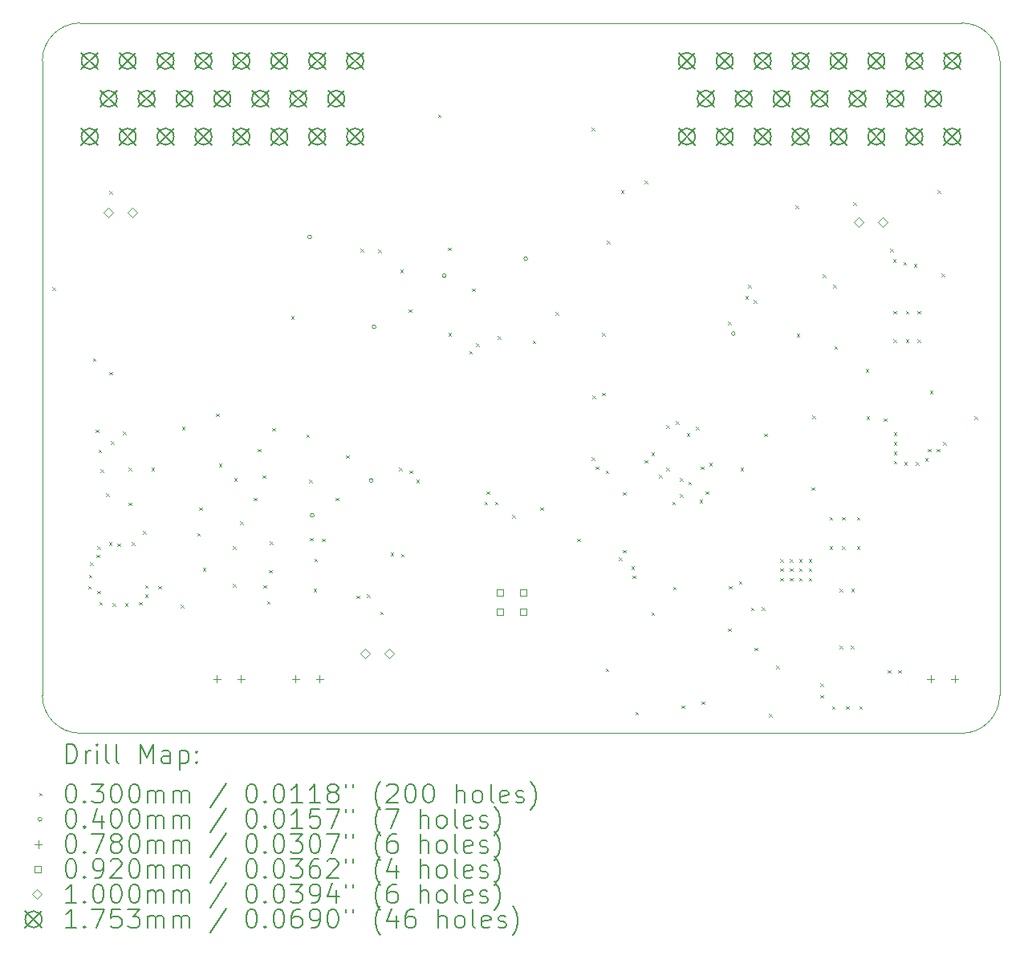
<source format=gbr>
%TF.GenerationSoftware,KiCad,Pcbnew,7.0.8*%
%TF.CreationDate,2024-02-01T00:53:54-07:00*%
%TF.ProjectId,sdm24logger,73646d32-346c-46f6-9767-65722e6b6963,v3.1*%
%TF.SameCoordinates,Original*%
%TF.FileFunction,Drillmap*%
%TF.FilePolarity,Positive*%
%FSLAX45Y45*%
G04 Gerber Fmt 4.5, Leading zero omitted, Abs format (unit mm)*
G04 Created by KiCad (PCBNEW 7.0.8) date 2024-02-01 00:53:54*
%MOMM*%
%LPD*%
G01*
G04 APERTURE LIST*
%ADD10C,0.100000*%
%ADD11C,0.200000*%
%ADD12C,0.030000*%
%ADD13C,0.040000*%
%ADD14C,0.078000*%
%ADD15C,0.092000*%
%ADD16C,0.175260*%
G04 APERTURE END LIST*
D10*
X8600000Y-15700000D02*
X17900000Y-15700000D01*
X8600000Y-8200000D02*
G75*
G03*
X8200000Y-8600000I0J-400000D01*
G01*
X18300000Y-8600000D02*
G75*
G03*
X17900000Y-8200000I-400000J0D01*
G01*
X8200000Y-8600000D02*
X8200000Y-15300000D01*
X18300000Y-15300000D02*
X18300000Y-8600000D01*
X8200000Y-15300000D02*
G75*
G03*
X8600000Y-15700000I400000J0D01*
G01*
X17900000Y-8200000D02*
X8600000Y-8200000D01*
X17900000Y-15700000D02*
G75*
G03*
X18300000Y-15300000I0J400000D01*
G01*
D11*
D12*
X8305000Y-10988500D02*
X8335000Y-11018500D01*
X8335000Y-10988500D02*
X8305000Y-11018500D01*
X8682000Y-14145000D02*
X8712000Y-14175000D01*
X8712000Y-14145000D02*
X8682000Y-14175000D01*
X8692000Y-14025000D02*
X8722000Y-14055000D01*
X8722000Y-14025000D02*
X8692000Y-14055000D01*
X8702000Y-13895000D02*
X8732000Y-13925000D01*
X8732000Y-13895000D02*
X8702000Y-13925000D01*
X8735000Y-11738500D02*
X8765000Y-11768500D01*
X8765000Y-11738500D02*
X8735000Y-11768500D01*
X8762000Y-12495000D02*
X8792000Y-12525000D01*
X8792000Y-12495000D02*
X8762000Y-12525000D01*
X8772000Y-13815000D02*
X8802000Y-13845000D01*
X8802000Y-13815000D02*
X8772000Y-13845000D01*
X8782000Y-13725000D02*
X8812000Y-13755000D01*
X8812000Y-13725000D02*
X8782000Y-13755000D01*
X8782000Y-14195000D02*
X8812000Y-14225000D01*
X8812000Y-14195000D02*
X8782000Y-14225000D01*
X8792000Y-12705000D02*
X8822000Y-12735000D01*
X8822000Y-12705000D02*
X8792000Y-12735000D01*
X8802000Y-14315000D02*
X8832000Y-14345000D01*
X8832000Y-14315000D02*
X8802000Y-14345000D01*
X8812000Y-12915000D02*
X8842000Y-12945000D01*
X8842000Y-12915000D02*
X8812000Y-12945000D01*
X8872000Y-13165000D02*
X8902000Y-13195000D01*
X8902000Y-13165000D02*
X8872000Y-13195000D01*
X8902000Y-13685000D02*
X8932000Y-13715000D01*
X8932000Y-13685000D02*
X8902000Y-13715000D01*
X8905000Y-9975000D02*
X8935000Y-10005000D01*
X8935000Y-9975000D02*
X8905000Y-10005000D01*
X8905000Y-11885000D02*
X8935000Y-11915000D01*
X8935000Y-11885000D02*
X8905000Y-11915000D01*
X8922000Y-12615000D02*
X8952000Y-12645000D01*
X8952000Y-12615000D02*
X8922000Y-12645000D01*
X8942000Y-14325000D02*
X8972000Y-14355000D01*
X8972000Y-14325000D02*
X8942000Y-14355000D01*
X8992000Y-13695000D02*
X9022000Y-13725000D01*
X9022000Y-13695000D02*
X8992000Y-13725000D01*
X9052000Y-12515000D02*
X9082000Y-12545000D01*
X9082000Y-12515000D02*
X9052000Y-12545000D01*
X9072000Y-14325000D02*
X9102000Y-14355000D01*
X9102000Y-14325000D02*
X9072000Y-14355000D01*
X9112000Y-12895000D02*
X9142000Y-12925000D01*
X9142000Y-12895000D02*
X9112000Y-12925000D01*
X9112000Y-13265000D02*
X9142000Y-13295000D01*
X9142000Y-13265000D02*
X9112000Y-13295000D01*
X9142000Y-13685000D02*
X9172000Y-13715000D01*
X9172000Y-13685000D02*
X9142000Y-13715000D01*
X9222000Y-14315000D02*
X9252000Y-14345000D01*
X9252000Y-14315000D02*
X9222000Y-14345000D01*
X9262000Y-13565000D02*
X9292000Y-13595000D01*
X9292000Y-13565000D02*
X9262000Y-13595000D01*
X9282000Y-14135000D02*
X9312000Y-14165000D01*
X9312000Y-14135000D02*
X9282000Y-14165000D01*
X9282000Y-14235000D02*
X9312000Y-14265000D01*
X9312000Y-14235000D02*
X9282000Y-14265000D01*
X9352000Y-12895000D02*
X9382000Y-12925000D01*
X9382000Y-12895000D02*
X9352000Y-12925000D01*
X9422000Y-14145000D02*
X9452000Y-14175000D01*
X9452000Y-14145000D02*
X9422000Y-14175000D01*
X9662000Y-14345000D02*
X9692000Y-14375000D01*
X9692000Y-14345000D02*
X9662000Y-14375000D01*
X9672000Y-12465000D02*
X9702000Y-12495000D01*
X9702000Y-12465000D02*
X9672000Y-12495000D01*
X9835000Y-13585000D02*
X9865000Y-13615000D01*
X9865000Y-13585000D02*
X9835000Y-13615000D01*
X9855000Y-13315000D02*
X9885000Y-13345000D01*
X9885000Y-13315000D02*
X9855000Y-13345000D01*
X9895000Y-13955000D02*
X9925000Y-13985000D01*
X9925000Y-13955000D02*
X9895000Y-13985000D01*
X10035000Y-12325000D02*
X10065000Y-12355000D01*
X10065000Y-12325000D02*
X10035000Y-12355000D01*
X10062000Y-12855000D02*
X10092000Y-12885000D01*
X10092000Y-12855000D02*
X10062000Y-12885000D01*
X10212000Y-13725000D02*
X10242000Y-13755000D01*
X10242000Y-13725000D02*
X10212000Y-13755000D01*
X10212000Y-14125000D02*
X10242000Y-14155000D01*
X10242000Y-14125000D02*
X10212000Y-14155000D01*
X10222000Y-13005000D02*
X10252000Y-13035000D01*
X10252000Y-13005000D02*
X10222000Y-13035000D01*
X10285000Y-13465000D02*
X10315000Y-13495000D01*
X10315000Y-13465000D02*
X10285000Y-13495000D01*
X10432000Y-13215000D02*
X10462000Y-13245000D01*
X10462000Y-13215000D02*
X10432000Y-13245000D01*
X10472000Y-12695000D02*
X10502000Y-12725000D01*
X10502000Y-12695000D02*
X10472000Y-12725000D01*
X10522000Y-12975000D02*
X10552000Y-13005000D01*
X10552000Y-12975000D02*
X10522000Y-13005000D01*
X10532000Y-14135000D02*
X10562000Y-14165000D01*
X10562000Y-14135000D02*
X10532000Y-14165000D01*
X10572000Y-14305000D02*
X10602000Y-14335000D01*
X10602000Y-14305000D02*
X10572000Y-14335000D01*
X10592000Y-13975000D02*
X10622000Y-14005000D01*
X10622000Y-13975000D02*
X10592000Y-14005000D01*
X10602000Y-13675000D02*
X10632000Y-13705000D01*
X10632000Y-13675000D02*
X10602000Y-13705000D01*
X10625000Y-12475000D02*
X10655000Y-12505000D01*
X10655000Y-12475000D02*
X10625000Y-12505000D01*
X10825000Y-11295000D02*
X10855000Y-11325000D01*
X10855000Y-11295000D02*
X10825000Y-11325000D01*
X10985000Y-12545000D02*
X11015000Y-12575000D01*
X11015000Y-12545000D02*
X10985000Y-12575000D01*
X11015000Y-13025000D02*
X11045000Y-13055000D01*
X11045000Y-13025000D02*
X11015000Y-13055000D01*
X11022000Y-13635000D02*
X11052000Y-13665000D01*
X11052000Y-13635000D02*
X11022000Y-13665000D01*
X11062000Y-14175000D02*
X11092000Y-14205000D01*
X11092000Y-14175000D02*
X11062000Y-14205000D01*
X11072000Y-13855000D02*
X11102000Y-13885000D01*
X11102000Y-13855000D02*
X11072000Y-13885000D01*
X11152000Y-13645000D02*
X11182000Y-13675000D01*
X11182000Y-13645000D02*
X11152000Y-13675000D01*
X11295000Y-13215000D02*
X11325000Y-13245000D01*
X11325000Y-13215000D02*
X11295000Y-13245000D01*
X11405000Y-12765000D02*
X11435000Y-12795000D01*
X11435000Y-12765000D02*
X11405000Y-12795000D01*
X11515000Y-14245000D02*
X11545000Y-14275000D01*
X11545000Y-14245000D02*
X11515000Y-14275000D01*
X11555000Y-10585000D02*
X11585000Y-10615000D01*
X11585000Y-10585000D02*
X11555000Y-10615000D01*
X11625000Y-14235000D02*
X11655000Y-14265000D01*
X11655000Y-14235000D02*
X11625000Y-14265000D01*
X11745000Y-10595000D02*
X11775000Y-10625000D01*
X11775000Y-10595000D02*
X11745000Y-10625000D01*
X11765000Y-14415000D02*
X11795000Y-14445000D01*
X11795000Y-14415000D02*
X11765000Y-14445000D01*
X11875000Y-13795000D02*
X11905000Y-13825000D01*
X11905000Y-13795000D02*
X11875000Y-13825000D01*
X11965000Y-12895000D02*
X11995000Y-12925000D01*
X11995000Y-12895000D02*
X11965000Y-12925000D01*
X11975000Y-10805000D02*
X12005000Y-10835000D01*
X12005000Y-10805000D02*
X11975000Y-10835000D01*
X11985000Y-13805000D02*
X12015000Y-13835000D01*
X12015000Y-13805000D02*
X11985000Y-13835000D01*
X12065000Y-11225000D02*
X12095000Y-11255000D01*
X12095000Y-11225000D02*
X12065000Y-11255000D01*
X12075000Y-12925000D02*
X12105000Y-12955000D01*
X12105000Y-12925000D02*
X12075000Y-12955000D01*
X12145000Y-13025000D02*
X12175000Y-13055000D01*
X12175000Y-13025000D02*
X12145000Y-13055000D01*
X12375000Y-9165000D02*
X12405000Y-9195000D01*
X12405000Y-9165000D02*
X12375000Y-9195000D01*
X12478500Y-10572000D02*
X12508500Y-10602000D01*
X12508500Y-10572000D02*
X12478500Y-10602000D01*
X12485000Y-11475000D02*
X12515000Y-11505000D01*
X12515000Y-11475000D02*
X12485000Y-11505000D01*
X12705000Y-11665000D02*
X12735000Y-11695000D01*
X12735000Y-11665000D02*
X12705000Y-11695000D01*
X12733000Y-11002000D02*
X12763000Y-11032000D01*
X12763000Y-11002000D02*
X12733000Y-11032000D01*
X12775000Y-11585000D02*
X12805000Y-11615000D01*
X12805000Y-11585000D02*
X12775000Y-11615000D01*
X12865000Y-13255000D02*
X12895000Y-13285000D01*
X12895000Y-13255000D02*
X12865000Y-13285000D01*
X12885000Y-13145000D02*
X12915000Y-13175000D01*
X12915000Y-13145000D02*
X12885000Y-13175000D01*
X12975000Y-13255000D02*
X13005000Y-13285000D01*
X13005000Y-13255000D02*
X12975000Y-13285000D01*
X13005000Y-11505000D02*
X13035000Y-11535000D01*
X13035000Y-11505000D02*
X13005000Y-11535000D01*
X13155000Y-13395000D02*
X13185000Y-13425000D01*
X13185000Y-13395000D02*
X13155000Y-13425000D01*
X13375000Y-11555000D02*
X13405000Y-11585000D01*
X13405000Y-11555000D02*
X13375000Y-11585000D01*
X13455000Y-13315000D02*
X13485000Y-13345000D01*
X13485000Y-13315000D02*
X13455000Y-13345000D01*
X13615000Y-11255000D02*
X13645000Y-11285000D01*
X13645000Y-11255000D02*
X13615000Y-11285000D01*
X13845000Y-13645000D02*
X13875000Y-13675000D01*
X13875000Y-13645000D02*
X13845000Y-13675000D01*
X13995000Y-9305000D02*
X14025000Y-9335000D01*
X14025000Y-9305000D02*
X13995000Y-9335000D01*
X13995000Y-12785000D02*
X14025000Y-12815000D01*
X14025000Y-12785000D02*
X13995000Y-12815000D01*
X14005000Y-12135000D02*
X14035000Y-12165000D01*
X14035000Y-12135000D02*
X14005000Y-12165000D01*
X14036000Y-12883000D02*
X14066000Y-12913000D01*
X14066000Y-12883000D02*
X14036000Y-12913000D01*
X14105000Y-11475000D02*
X14135000Y-11505000D01*
X14135000Y-11475000D02*
X14105000Y-11505000D01*
X14105000Y-12105000D02*
X14135000Y-12135000D01*
X14135000Y-12105000D02*
X14105000Y-12135000D01*
X14145000Y-12925000D02*
X14175000Y-12955000D01*
X14175000Y-12925000D02*
X14145000Y-12955000D01*
X14145000Y-15015000D02*
X14175000Y-15045000D01*
X14175000Y-15015000D02*
X14145000Y-15045000D01*
X14157500Y-10501500D02*
X14187500Y-10531500D01*
X14187500Y-10501500D02*
X14157500Y-10531500D01*
X14285000Y-13845000D02*
X14315000Y-13875000D01*
X14315000Y-13845000D02*
X14285000Y-13875000D01*
X14305000Y-9965000D02*
X14335000Y-9995000D01*
X14335000Y-9965000D02*
X14305000Y-9995000D01*
X14325000Y-13155000D02*
X14355000Y-13185000D01*
X14355000Y-13155000D02*
X14325000Y-13185000D01*
X14325227Y-13764546D02*
X14355227Y-13794546D01*
X14355227Y-13764546D02*
X14325227Y-13794546D01*
X14415000Y-13935000D02*
X14445000Y-13965000D01*
X14445000Y-13935000D02*
X14415000Y-13965000D01*
X14425000Y-14035000D02*
X14455000Y-14065000D01*
X14455000Y-14035000D02*
X14425000Y-14065000D01*
X14455000Y-15475000D02*
X14485000Y-15505000D01*
X14485000Y-15475000D02*
X14455000Y-15505000D01*
X14555000Y-9865000D02*
X14585000Y-9895000D01*
X14585000Y-9865000D02*
X14555000Y-9895000D01*
X14555000Y-12815000D02*
X14585000Y-12845000D01*
X14585000Y-12815000D02*
X14555000Y-12845000D01*
X14625000Y-12735000D02*
X14655000Y-12765000D01*
X14655000Y-12735000D02*
X14625000Y-12765000D01*
X14625000Y-14425000D02*
X14655000Y-14455000D01*
X14655000Y-14425000D02*
X14625000Y-14455000D01*
X14705000Y-12971028D02*
X14735000Y-13001028D01*
X14735000Y-12971028D02*
X14705000Y-13001028D01*
X14785000Y-12445000D02*
X14815000Y-12475000D01*
X14815000Y-12445000D02*
X14785000Y-12475000D01*
X14785000Y-12895000D02*
X14815000Y-12925000D01*
X14815000Y-12895000D02*
X14785000Y-12925000D01*
X14845000Y-13255000D02*
X14875000Y-13285000D01*
X14875000Y-13255000D02*
X14845000Y-13285000D01*
X14855000Y-14155000D02*
X14885000Y-14185000D01*
X14885000Y-14155000D02*
X14855000Y-14185000D01*
X14885000Y-12405000D02*
X14915000Y-12435000D01*
X14915000Y-12405000D02*
X14885000Y-12435000D01*
X14925000Y-13175000D02*
X14955000Y-13205000D01*
X14955000Y-13175000D02*
X14925000Y-13205000D01*
X14927775Y-13007775D02*
X14957775Y-13037775D01*
X14957775Y-13007775D02*
X14927775Y-13037775D01*
X14945000Y-15405000D02*
X14975000Y-15435000D01*
X14975000Y-15405000D02*
X14945000Y-15435000D01*
X15000000Y-12530000D02*
X15030000Y-12560000D01*
X15030000Y-12530000D02*
X15000000Y-12560000D01*
X15015000Y-13045000D02*
X15045000Y-13075000D01*
X15045000Y-13045000D02*
X15015000Y-13075000D01*
X15095000Y-12465000D02*
X15125000Y-12495000D01*
X15125000Y-12465000D02*
X15095000Y-12495000D01*
X15135000Y-13235000D02*
X15165000Y-13265000D01*
X15165000Y-13235000D02*
X15135000Y-13265000D01*
X15145000Y-12885000D02*
X15175000Y-12915000D01*
X15175000Y-12885000D02*
X15145000Y-12915000D01*
X15155000Y-15365000D02*
X15185000Y-15395000D01*
X15185000Y-15365000D02*
X15155000Y-15395000D01*
X15197775Y-13145000D02*
X15227775Y-13175000D01*
X15227775Y-13145000D02*
X15197775Y-13175000D01*
X15235000Y-12845000D02*
X15265000Y-12875000D01*
X15265000Y-12845000D02*
X15235000Y-12875000D01*
X15435000Y-11355000D02*
X15465000Y-11385000D01*
X15465000Y-11355000D02*
X15435000Y-11385000D01*
X15435000Y-14595000D02*
X15465000Y-14625000D01*
X15465000Y-14595000D02*
X15435000Y-14625000D01*
X15445000Y-14145000D02*
X15475000Y-14175000D01*
X15475000Y-14145000D02*
X15445000Y-14175000D01*
X15550000Y-14095000D02*
X15580000Y-14125000D01*
X15580000Y-14095000D02*
X15550000Y-14125000D01*
X15565000Y-12895000D02*
X15595000Y-12925000D01*
X15595000Y-12895000D02*
X15565000Y-12925000D01*
X15615000Y-11085000D02*
X15645000Y-11115000D01*
X15645000Y-11085000D02*
X15615000Y-11115000D01*
X15645000Y-10965000D02*
X15675000Y-10995000D01*
X15675000Y-10965000D02*
X15645000Y-10995000D01*
X15675000Y-14375000D02*
X15705000Y-14405000D01*
X15705000Y-14375000D02*
X15675000Y-14405000D01*
X15705000Y-11125000D02*
X15735000Y-11155000D01*
X15735000Y-11125000D02*
X15705000Y-11155000D01*
X15715000Y-14795000D02*
X15745000Y-14825000D01*
X15745000Y-14795000D02*
X15715000Y-14825000D01*
X15790000Y-14369000D02*
X15820000Y-14399000D01*
X15820000Y-14369000D02*
X15790000Y-14399000D01*
X15815000Y-12535000D02*
X15845000Y-12565000D01*
X15845000Y-12535000D02*
X15815000Y-12565000D01*
X15865000Y-15495000D02*
X15895000Y-15525000D01*
X15895000Y-15495000D02*
X15865000Y-15525000D01*
X15945000Y-14985000D02*
X15975000Y-15015000D01*
X15975000Y-14985000D02*
X15945000Y-15015000D01*
X15985000Y-13860000D02*
X16015000Y-13890000D01*
X16015000Y-13860000D02*
X15985000Y-13890000D01*
X15985000Y-13960000D02*
X16015000Y-13990000D01*
X16015000Y-13960000D02*
X15985000Y-13990000D01*
X15985000Y-14060000D02*
X16015000Y-14090000D01*
X16015000Y-14060000D02*
X15985000Y-14090000D01*
X16085000Y-13860000D02*
X16115000Y-13890000D01*
X16115000Y-13860000D02*
X16085000Y-13890000D01*
X16085000Y-13960000D02*
X16115000Y-13990000D01*
X16115000Y-13960000D02*
X16085000Y-13990000D01*
X16085000Y-14060000D02*
X16115000Y-14090000D01*
X16115000Y-14060000D02*
X16085000Y-14090000D01*
X16145000Y-10125000D02*
X16175000Y-10155000D01*
X16175000Y-10125000D02*
X16145000Y-10155000D01*
X16160000Y-11480000D02*
X16190000Y-11510000D01*
X16190000Y-11480000D02*
X16160000Y-11510000D01*
X16185000Y-13860000D02*
X16215000Y-13890000D01*
X16215000Y-13860000D02*
X16185000Y-13890000D01*
X16185000Y-13960000D02*
X16215000Y-13990000D01*
X16215000Y-13960000D02*
X16185000Y-13990000D01*
X16185000Y-14060000D02*
X16215000Y-14090000D01*
X16215000Y-14060000D02*
X16185000Y-14090000D01*
X16285000Y-13860000D02*
X16315000Y-13890000D01*
X16315000Y-13860000D02*
X16285000Y-13890000D01*
X16285000Y-13960000D02*
X16315000Y-13990000D01*
X16315000Y-13960000D02*
X16285000Y-13990000D01*
X16285000Y-14060000D02*
X16315000Y-14090000D01*
X16315000Y-14060000D02*
X16285000Y-14090000D01*
X16315000Y-13105000D02*
X16345000Y-13135000D01*
X16345000Y-13105000D02*
X16315000Y-13135000D01*
X16325000Y-12345000D02*
X16355000Y-12375000D01*
X16355000Y-12345000D02*
X16325000Y-12375000D01*
X16410000Y-15175000D02*
X16440000Y-15205000D01*
X16440000Y-15175000D02*
X16410000Y-15205000D01*
X16410000Y-15295000D02*
X16440000Y-15325000D01*
X16440000Y-15295000D02*
X16410000Y-15325000D01*
X16435000Y-10855000D02*
X16465000Y-10885000D01*
X16465000Y-10855000D02*
X16435000Y-10885000D01*
X16505000Y-13415000D02*
X16535000Y-13445000D01*
X16535000Y-13415000D02*
X16505000Y-13445000D01*
X16505000Y-13725000D02*
X16535000Y-13755000D01*
X16535000Y-13725000D02*
X16505000Y-13755000D01*
X16530000Y-15415000D02*
X16560000Y-15445000D01*
X16560000Y-15415000D02*
X16530000Y-15445000D01*
X16545000Y-10965000D02*
X16575000Y-10995000D01*
X16575000Y-10965000D02*
X16545000Y-10995000D01*
X16555000Y-11615000D02*
X16585000Y-11645000D01*
X16585000Y-11615000D02*
X16555000Y-11645000D01*
X16610000Y-14175000D02*
X16640000Y-14205000D01*
X16640000Y-14175000D02*
X16610000Y-14205000D01*
X16610000Y-14775000D02*
X16640000Y-14805000D01*
X16640000Y-14775000D02*
X16610000Y-14805000D01*
X16635000Y-13415000D02*
X16665000Y-13445000D01*
X16665000Y-13415000D02*
X16635000Y-13445000D01*
X16635000Y-13725000D02*
X16665000Y-13755000D01*
X16665000Y-13725000D02*
X16635000Y-13755000D01*
X16680000Y-15415000D02*
X16710000Y-15445000D01*
X16710000Y-15415000D02*
X16680000Y-15445000D01*
X16730000Y-14775000D02*
X16760000Y-14805000D01*
X16760000Y-14775000D02*
X16730000Y-14805000D01*
X16735000Y-14175000D02*
X16765000Y-14205000D01*
X16765000Y-14175000D02*
X16735000Y-14205000D01*
X16755000Y-10095000D02*
X16785000Y-10125000D01*
X16785000Y-10095000D02*
X16755000Y-10125000D01*
X16795000Y-13415000D02*
X16825000Y-13445000D01*
X16825000Y-13415000D02*
X16795000Y-13445000D01*
X16795000Y-13725000D02*
X16825000Y-13755000D01*
X16825000Y-13725000D02*
X16795000Y-13755000D01*
X16820000Y-15415000D02*
X16850000Y-15445000D01*
X16850000Y-15415000D02*
X16820000Y-15445000D01*
X16885000Y-11855000D02*
X16915000Y-11885000D01*
X16915000Y-11855000D02*
X16885000Y-11885000D01*
X16895000Y-12355000D02*
X16925000Y-12385000D01*
X16925000Y-12355000D02*
X16895000Y-12385000D01*
X17075000Y-12375000D02*
X17105000Y-12405000D01*
X17105000Y-12375000D02*
X17075000Y-12405000D01*
X17120000Y-15035000D02*
X17150000Y-15065000D01*
X17150000Y-15035000D02*
X17120000Y-15065000D01*
X17145000Y-10585000D02*
X17175000Y-10615000D01*
X17175000Y-10585000D02*
X17145000Y-10615000D01*
X17175000Y-10695000D02*
X17205000Y-10725000D01*
X17205000Y-10695000D02*
X17175000Y-10725000D01*
X17181000Y-11239000D02*
X17211000Y-11269000D01*
X17211000Y-11239000D02*
X17181000Y-11269000D01*
X17181000Y-11539000D02*
X17211000Y-11569000D01*
X17211000Y-11539000D02*
X17181000Y-11569000D01*
X17185000Y-12525000D02*
X17215000Y-12555000D01*
X17215000Y-12525000D02*
X17185000Y-12555000D01*
X17185000Y-12625000D02*
X17215000Y-12655000D01*
X17215000Y-12625000D02*
X17185000Y-12655000D01*
X17185000Y-12725000D02*
X17215000Y-12755000D01*
X17215000Y-12725000D02*
X17185000Y-12755000D01*
X17185000Y-12825000D02*
X17215000Y-12855000D01*
X17215000Y-12825000D02*
X17185000Y-12855000D01*
X17230000Y-15035000D02*
X17260000Y-15065000D01*
X17260000Y-15035000D02*
X17230000Y-15065000D01*
X17285000Y-10725000D02*
X17315000Y-10755000D01*
X17315000Y-10725000D02*
X17285000Y-10755000D01*
X17295000Y-12835000D02*
X17325000Y-12865000D01*
X17325000Y-12835000D02*
X17295000Y-12865000D01*
X17311000Y-11239000D02*
X17341000Y-11269000D01*
X17341000Y-11239000D02*
X17311000Y-11269000D01*
X17311000Y-11539000D02*
X17341000Y-11569000D01*
X17341000Y-11539000D02*
X17311000Y-11569000D01*
X17395000Y-10745000D02*
X17425000Y-10775000D01*
X17425000Y-10745000D02*
X17395000Y-10775000D01*
X17415000Y-12835000D02*
X17445000Y-12865000D01*
X17445000Y-12835000D02*
X17415000Y-12865000D01*
X17431000Y-11239000D02*
X17461000Y-11269000D01*
X17461000Y-11239000D02*
X17431000Y-11269000D01*
X17431000Y-11539000D02*
X17461000Y-11569000D01*
X17461000Y-11539000D02*
X17431000Y-11569000D01*
X17515000Y-12795000D02*
X17545000Y-12825000D01*
X17545000Y-12795000D02*
X17515000Y-12825000D01*
X17545000Y-12695000D02*
X17575000Y-12725000D01*
X17575000Y-12695000D02*
X17545000Y-12725000D01*
X17565000Y-12085000D02*
X17595000Y-12115000D01*
X17595000Y-12085000D02*
X17565000Y-12115000D01*
X17635000Y-12695000D02*
X17665000Y-12725000D01*
X17665000Y-12695000D02*
X17635000Y-12725000D01*
X17645000Y-9965000D02*
X17675000Y-9995000D01*
X17675000Y-9965000D02*
X17645000Y-9995000D01*
X17685000Y-10845000D02*
X17715000Y-10875000D01*
X17715000Y-10845000D02*
X17685000Y-10875000D01*
X17705000Y-12625000D02*
X17735000Y-12655000D01*
X17735000Y-12625000D02*
X17705000Y-12655000D01*
X18035000Y-12355000D02*
X18065000Y-12385000D01*
X18065000Y-12355000D02*
X18035000Y-12385000D01*
D13*
X11040000Y-10460000D02*
G75*
G03*
X11040000Y-10460000I-20000J0D01*
G01*
X11067000Y-13400000D02*
G75*
G03*
X11067000Y-13400000I-20000J0D01*
G01*
X11690000Y-13030000D02*
G75*
G03*
X11690000Y-13030000I-20000J0D01*
G01*
X11720000Y-11410000D02*
G75*
G03*
X11720000Y-11410000I-20000J0D01*
G01*
X12460000Y-10870000D02*
G75*
G03*
X12460000Y-10870000I-20000J0D01*
G01*
X13320000Y-10690000D02*
G75*
G03*
X13320000Y-10690000I-20000J0D01*
G01*
X15510000Y-11480000D02*
G75*
G03*
X15510000Y-11480000I-20000J0D01*
G01*
D14*
X10043000Y-15088000D02*
X10043000Y-15166000D01*
X10004000Y-15127000D02*
X10082000Y-15127000D01*
X10297000Y-15088000D02*
X10297000Y-15166000D01*
X10258000Y-15127000D02*
X10336000Y-15127000D01*
X10873000Y-15088000D02*
X10873000Y-15166000D01*
X10834000Y-15127000D02*
X10912000Y-15127000D01*
X11127000Y-15088000D02*
X11127000Y-15166000D01*
X11088000Y-15127000D02*
X11166000Y-15127000D01*
X17573000Y-15088000D02*
X17573000Y-15166000D01*
X17534000Y-15127000D02*
X17612000Y-15127000D01*
X17827000Y-15088000D02*
X17827000Y-15166000D01*
X17788000Y-15127000D02*
X17866000Y-15127000D01*
D15*
X13058527Y-14248527D02*
X13058527Y-14183473D01*
X12993473Y-14183473D01*
X12993473Y-14248527D01*
X13058527Y-14248527D01*
X13058527Y-14448527D02*
X13058527Y-14383473D01*
X12993473Y-14383473D01*
X12993473Y-14448527D01*
X13058527Y-14448527D01*
X13308527Y-14248527D02*
X13308527Y-14183473D01*
X13243473Y-14183473D01*
X13243473Y-14248527D01*
X13308527Y-14248527D01*
X13308527Y-14448527D02*
X13308527Y-14383473D01*
X13243473Y-14383473D01*
X13243473Y-14448527D01*
X13308527Y-14448527D01*
D10*
X8893500Y-10250000D02*
X8943500Y-10200000D01*
X8893500Y-10150000D01*
X8843500Y-10200000D01*
X8893500Y-10250000D01*
X9147500Y-10250000D02*
X9197500Y-10200000D01*
X9147500Y-10150000D01*
X9097500Y-10200000D01*
X9147500Y-10250000D01*
X11603500Y-14910000D02*
X11653500Y-14860000D01*
X11603500Y-14810000D01*
X11553500Y-14860000D01*
X11603500Y-14910000D01*
X11857500Y-14910000D02*
X11907500Y-14860000D01*
X11857500Y-14810000D01*
X11807500Y-14860000D01*
X11857500Y-14910000D01*
X16810000Y-10350000D02*
X16860000Y-10300000D01*
X16810000Y-10250000D01*
X16760000Y-10300000D01*
X16810000Y-10350000D01*
X17064000Y-10350000D02*
X17114000Y-10300000D01*
X17064000Y-10250000D01*
X17014000Y-10300000D01*
X17064000Y-10350000D01*
D16*
X8612370Y-8512370D02*
X8787630Y-8687630D01*
X8787630Y-8512370D02*
X8612370Y-8687630D01*
X8787630Y-8600000D02*
G75*
G03*
X8787630Y-8600000I-87630J0D01*
G01*
X8612370Y-9312370D02*
X8787630Y-9487630D01*
X8787630Y-9312370D02*
X8612370Y-9487630D01*
X8787630Y-9400000D02*
G75*
G03*
X8787630Y-9400000I-87630J0D01*
G01*
X8812370Y-8912370D02*
X8987630Y-9087630D01*
X8987630Y-8912370D02*
X8812370Y-9087630D01*
X8987630Y-9000000D02*
G75*
G03*
X8987630Y-9000000I-87630J0D01*
G01*
X9012370Y-8512370D02*
X9187630Y-8687630D01*
X9187630Y-8512370D02*
X9012370Y-8687630D01*
X9187630Y-8600000D02*
G75*
G03*
X9187630Y-8600000I-87630J0D01*
G01*
X9012370Y-9312370D02*
X9187630Y-9487630D01*
X9187630Y-9312370D02*
X9012370Y-9487630D01*
X9187630Y-9400000D02*
G75*
G03*
X9187630Y-9400000I-87630J0D01*
G01*
X9212370Y-8912370D02*
X9387630Y-9087630D01*
X9387630Y-8912370D02*
X9212370Y-9087630D01*
X9387630Y-9000000D02*
G75*
G03*
X9387630Y-9000000I-87630J0D01*
G01*
X9412370Y-8512370D02*
X9587630Y-8687630D01*
X9587630Y-8512370D02*
X9412370Y-8687630D01*
X9587630Y-8600000D02*
G75*
G03*
X9587630Y-8600000I-87630J0D01*
G01*
X9412370Y-9312370D02*
X9587630Y-9487630D01*
X9587630Y-9312370D02*
X9412370Y-9487630D01*
X9587630Y-9400000D02*
G75*
G03*
X9587630Y-9400000I-87630J0D01*
G01*
X9612370Y-8912370D02*
X9787630Y-9087630D01*
X9787630Y-8912370D02*
X9612370Y-9087630D01*
X9787630Y-9000000D02*
G75*
G03*
X9787630Y-9000000I-87630J0D01*
G01*
X9812370Y-8512370D02*
X9987630Y-8687630D01*
X9987630Y-8512370D02*
X9812370Y-8687630D01*
X9987630Y-8600000D02*
G75*
G03*
X9987630Y-8600000I-87630J0D01*
G01*
X9812370Y-9312370D02*
X9987630Y-9487630D01*
X9987630Y-9312370D02*
X9812370Y-9487630D01*
X9987630Y-9400000D02*
G75*
G03*
X9987630Y-9400000I-87630J0D01*
G01*
X10012370Y-8912370D02*
X10187630Y-9087630D01*
X10187630Y-8912370D02*
X10012370Y-9087630D01*
X10187630Y-9000000D02*
G75*
G03*
X10187630Y-9000000I-87630J0D01*
G01*
X10212370Y-8512370D02*
X10387630Y-8687630D01*
X10387630Y-8512370D02*
X10212370Y-8687630D01*
X10387630Y-8600000D02*
G75*
G03*
X10387630Y-8600000I-87630J0D01*
G01*
X10212370Y-9312370D02*
X10387630Y-9487630D01*
X10387630Y-9312370D02*
X10212370Y-9487630D01*
X10387630Y-9400000D02*
G75*
G03*
X10387630Y-9400000I-87630J0D01*
G01*
X10412370Y-8912370D02*
X10587630Y-9087630D01*
X10587630Y-8912370D02*
X10412370Y-9087630D01*
X10587630Y-9000000D02*
G75*
G03*
X10587630Y-9000000I-87630J0D01*
G01*
X10612370Y-8512370D02*
X10787630Y-8687630D01*
X10787630Y-8512370D02*
X10612370Y-8687630D01*
X10787630Y-8600000D02*
G75*
G03*
X10787630Y-8600000I-87630J0D01*
G01*
X10612370Y-9312370D02*
X10787630Y-9487630D01*
X10787630Y-9312370D02*
X10612370Y-9487630D01*
X10787630Y-9400000D02*
G75*
G03*
X10787630Y-9400000I-87630J0D01*
G01*
X10812370Y-8912370D02*
X10987630Y-9087630D01*
X10987630Y-8912370D02*
X10812370Y-9087630D01*
X10987630Y-9000000D02*
G75*
G03*
X10987630Y-9000000I-87630J0D01*
G01*
X11012370Y-8512370D02*
X11187630Y-8687630D01*
X11187630Y-8512370D02*
X11012370Y-8687630D01*
X11187630Y-8600000D02*
G75*
G03*
X11187630Y-8600000I-87630J0D01*
G01*
X11012370Y-9312370D02*
X11187630Y-9487630D01*
X11187630Y-9312370D02*
X11012370Y-9487630D01*
X11187630Y-9400000D02*
G75*
G03*
X11187630Y-9400000I-87630J0D01*
G01*
X11212370Y-8912370D02*
X11387630Y-9087630D01*
X11387630Y-8912370D02*
X11212370Y-9087630D01*
X11387630Y-9000000D02*
G75*
G03*
X11387630Y-9000000I-87630J0D01*
G01*
X11412370Y-8512370D02*
X11587630Y-8687630D01*
X11587630Y-8512370D02*
X11412370Y-8687630D01*
X11587630Y-8600000D02*
G75*
G03*
X11587630Y-8600000I-87630J0D01*
G01*
X11412370Y-9312370D02*
X11587630Y-9487630D01*
X11587630Y-9312370D02*
X11412370Y-9487630D01*
X11587630Y-9400000D02*
G75*
G03*
X11587630Y-9400000I-87630J0D01*
G01*
X14912370Y-8512370D02*
X15087630Y-8687630D01*
X15087630Y-8512370D02*
X14912370Y-8687630D01*
X15087630Y-8600000D02*
G75*
G03*
X15087630Y-8600000I-87630J0D01*
G01*
X14912370Y-9312370D02*
X15087630Y-9487630D01*
X15087630Y-9312370D02*
X14912370Y-9487630D01*
X15087630Y-9400000D02*
G75*
G03*
X15087630Y-9400000I-87630J0D01*
G01*
X15112370Y-8912370D02*
X15287630Y-9087630D01*
X15287630Y-8912370D02*
X15112370Y-9087630D01*
X15287630Y-9000000D02*
G75*
G03*
X15287630Y-9000000I-87630J0D01*
G01*
X15312370Y-8512370D02*
X15487630Y-8687630D01*
X15487630Y-8512370D02*
X15312370Y-8687630D01*
X15487630Y-8600000D02*
G75*
G03*
X15487630Y-8600000I-87630J0D01*
G01*
X15312370Y-9312370D02*
X15487630Y-9487630D01*
X15487630Y-9312370D02*
X15312370Y-9487630D01*
X15487630Y-9400000D02*
G75*
G03*
X15487630Y-9400000I-87630J0D01*
G01*
X15512370Y-8912370D02*
X15687630Y-9087630D01*
X15687630Y-8912370D02*
X15512370Y-9087630D01*
X15687630Y-9000000D02*
G75*
G03*
X15687630Y-9000000I-87630J0D01*
G01*
X15712370Y-8512370D02*
X15887630Y-8687630D01*
X15887630Y-8512370D02*
X15712370Y-8687630D01*
X15887630Y-8600000D02*
G75*
G03*
X15887630Y-8600000I-87630J0D01*
G01*
X15712370Y-9312370D02*
X15887630Y-9487630D01*
X15887630Y-9312370D02*
X15712370Y-9487630D01*
X15887630Y-9400000D02*
G75*
G03*
X15887630Y-9400000I-87630J0D01*
G01*
X15912370Y-8912370D02*
X16087630Y-9087630D01*
X16087630Y-8912370D02*
X15912370Y-9087630D01*
X16087630Y-9000000D02*
G75*
G03*
X16087630Y-9000000I-87630J0D01*
G01*
X16112370Y-8512370D02*
X16287630Y-8687630D01*
X16287630Y-8512370D02*
X16112370Y-8687630D01*
X16287630Y-8600000D02*
G75*
G03*
X16287630Y-8600000I-87630J0D01*
G01*
X16112370Y-9312370D02*
X16287630Y-9487630D01*
X16287630Y-9312370D02*
X16112370Y-9487630D01*
X16287630Y-9400000D02*
G75*
G03*
X16287630Y-9400000I-87630J0D01*
G01*
X16312370Y-8912370D02*
X16487630Y-9087630D01*
X16487630Y-8912370D02*
X16312370Y-9087630D01*
X16487630Y-9000000D02*
G75*
G03*
X16487630Y-9000000I-87630J0D01*
G01*
X16512370Y-8512370D02*
X16687630Y-8687630D01*
X16687630Y-8512370D02*
X16512370Y-8687630D01*
X16687630Y-8600000D02*
G75*
G03*
X16687630Y-8600000I-87630J0D01*
G01*
X16512370Y-9312370D02*
X16687630Y-9487630D01*
X16687630Y-9312370D02*
X16512370Y-9487630D01*
X16687630Y-9400000D02*
G75*
G03*
X16687630Y-9400000I-87630J0D01*
G01*
X16712370Y-8912370D02*
X16887630Y-9087630D01*
X16887630Y-8912370D02*
X16712370Y-9087630D01*
X16887630Y-9000000D02*
G75*
G03*
X16887630Y-9000000I-87630J0D01*
G01*
X16912370Y-8512370D02*
X17087630Y-8687630D01*
X17087630Y-8512370D02*
X16912370Y-8687630D01*
X17087630Y-8600000D02*
G75*
G03*
X17087630Y-8600000I-87630J0D01*
G01*
X16912370Y-9312370D02*
X17087630Y-9487630D01*
X17087630Y-9312370D02*
X16912370Y-9487630D01*
X17087630Y-9400000D02*
G75*
G03*
X17087630Y-9400000I-87630J0D01*
G01*
X17112370Y-8912370D02*
X17287630Y-9087630D01*
X17287630Y-8912370D02*
X17112370Y-9087630D01*
X17287630Y-9000000D02*
G75*
G03*
X17287630Y-9000000I-87630J0D01*
G01*
X17312370Y-8512370D02*
X17487630Y-8687630D01*
X17487630Y-8512370D02*
X17312370Y-8687630D01*
X17487630Y-8600000D02*
G75*
G03*
X17487630Y-8600000I-87630J0D01*
G01*
X17312370Y-9312370D02*
X17487630Y-9487630D01*
X17487630Y-9312370D02*
X17312370Y-9487630D01*
X17487630Y-9400000D02*
G75*
G03*
X17487630Y-9400000I-87630J0D01*
G01*
X17512370Y-8912370D02*
X17687630Y-9087630D01*
X17687630Y-8912370D02*
X17512370Y-9087630D01*
X17687630Y-9000000D02*
G75*
G03*
X17687630Y-9000000I-87630J0D01*
G01*
X17712370Y-8512370D02*
X17887630Y-8687630D01*
X17887630Y-8512370D02*
X17712370Y-8687630D01*
X17887630Y-8600000D02*
G75*
G03*
X17887630Y-8600000I-87630J0D01*
G01*
X17712370Y-9312370D02*
X17887630Y-9487630D01*
X17887630Y-9312370D02*
X17712370Y-9487630D01*
X17887630Y-9400000D02*
G75*
G03*
X17887630Y-9400000I-87630J0D01*
G01*
D11*
X8455777Y-16016484D02*
X8455777Y-15816484D01*
X8455777Y-15816484D02*
X8503396Y-15816484D01*
X8503396Y-15816484D02*
X8531967Y-15826008D01*
X8531967Y-15826008D02*
X8551015Y-15845055D01*
X8551015Y-15845055D02*
X8560539Y-15864103D01*
X8560539Y-15864103D02*
X8570063Y-15902198D01*
X8570063Y-15902198D02*
X8570063Y-15930769D01*
X8570063Y-15930769D02*
X8560539Y-15968865D01*
X8560539Y-15968865D02*
X8551015Y-15987912D01*
X8551015Y-15987912D02*
X8531967Y-16006960D01*
X8531967Y-16006960D02*
X8503396Y-16016484D01*
X8503396Y-16016484D02*
X8455777Y-16016484D01*
X8655777Y-16016484D02*
X8655777Y-15883150D01*
X8655777Y-15921246D02*
X8665301Y-15902198D01*
X8665301Y-15902198D02*
X8674824Y-15892674D01*
X8674824Y-15892674D02*
X8693872Y-15883150D01*
X8693872Y-15883150D02*
X8712920Y-15883150D01*
X8779586Y-16016484D02*
X8779586Y-15883150D01*
X8779586Y-15816484D02*
X8770063Y-15826008D01*
X8770063Y-15826008D02*
X8779586Y-15835531D01*
X8779586Y-15835531D02*
X8789110Y-15826008D01*
X8789110Y-15826008D02*
X8779586Y-15816484D01*
X8779586Y-15816484D02*
X8779586Y-15835531D01*
X8903396Y-16016484D02*
X8884348Y-16006960D01*
X8884348Y-16006960D02*
X8874824Y-15987912D01*
X8874824Y-15987912D02*
X8874824Y-15816484D01*
X9008158Y-16016484D02*
X8989110Y-16006960D01*
X8989110Y-16006960D02*
X8979586Y-15987912D01*
X8979586Y-15987912D02*
X8979586Y-15816484D01*
X9236729Y-16016484D02*
X9236729Y-15816484D01*
X9236729Y-15816484D02*
X9303396Y-15959341D01*
X9303396Y-15959341D02*
X9370063Y-15816484D01*
X9370063Y-15816484D02*
X9370063Y-16016484D01*
X9551015Y-16016484D02*
X9551015Y-15911722D01*
X9551015Y-15911722D02*
X9541491Y-15892674D01*
X9541491Y-15892674D02*
X9522444Y-15883150D01*
X9522444Y-15883150D02*
X9484348Y-15883150D01*
X9484348Y-15883150D02*
X9465301Y-15892674D01*
X9551015Y-16006960D02*
X9531967Y-16016484D01*
X9531967Y-16016484D02*
X9484348Y-16016484D01*
X9484348Y-16016484D02*
X9465301Y-16006960D01*
X9465301Y-16006960D02*
X9455777Y-15987912D01*
X9455777Y-15987912D02*
X9455777Y-15968865D01*
X9455777Y-15968865D02*
X9465301Y-15949817D01*
X9465301Y-15949817D02*
X9484348Y-15940293D01*
X9484348Y-15940293D02*
X9531967Y-15940293D01*
X9531967Y-15940293D02*
X9551015Y-15930769D01*
X9646253Y-15883150D02*
X9646253Y-16083150D01*
X9646253Y-15892674D02*
X9665301Y-15883150D01*
X9665301Y-15883150D02*
X9703396Y-15883150D01*
X9703396Y-15883150D02*
X9722444Y-15892674D01*
X9722444Y-15892674D02*
X9731967Y-15902198D01*
X9731967Y-15902198D02*
X9741491Y-15921246D01*
X9741491Y-15921246D02*
X9741491Y-15978388D01*
X9741491Y-15978388D02*
X9731967Y-15997436D01*
X9731967Y-15997436D02*
X9722444Y-16006960D01*
X9722444Y-16006960D02*
X9703396Y-16016484D01*
X9703396Y-16016484D02*
X9665301Y-16016484D01*
X9665301Y-16016484D02*
X9646253Y-16006960D01*
X9827205Y-15997436D02*
X9836729Y-16006960D01*
X9836729Y-16006960D02*
X9827205Y-16016484D01*
X9827205Y-16016484D02*
X9817682Y-16006960D01*
X9817682Y-16006960D02*
X9827205Y-15997436D01*
X9827205Y-15997436D02*
X9827205Y-16016484D01*
X9827205Y-15892674D02*
X9836729Y-15902198D01*
X9836729Y-15902198D02*
X9827205Y-15911722D01*
X9827205Y-15911722D02*
X9817682Y-15902198D01*
X9817682Y-15902198D02*
X9827205Y-15892674D01*
X9827205Y-15892674D02*
X9827205Y-15911722D01*
D12*
X8165000Y-16330000D02*
X8195000Y-16360000D01*
X8195000Y-16330000D02*
X8165000Y-16360000D01*
D11*
X8493872Y-16236484D02*
X8512920Y-16236484D01*
X8512920Y-16236484D02*
X8531967Y-16246008D01*
X8531967Y-16246008D02*
X8541491Y-16255531D01*
X8541491Y-16255531D02*
X8551015Y-16274579D01*
X8551015Y-16274579D02*
X8560539Y-16312674D01*
X8560539Y-16312674D02*
X8560539Y-16360293D01*
X8560539Y-16360293D02*
X8551015Y-16398388D01*
X8551015Y-16398388D02*
X8541491Y-16417436D01*
X8541491Y-16417436D02*
X8531967Y-16426960D01*
X8531967Y-16426960D02*
X8512920Y-16436484D01*
X8512920Y-16436484D02*
X8493872Y-16436484D01*
X8493872Y-16436484D02*
X8474824Y-16426960D01*
X8474824Y-16426960D02*
X8465301Y-16417436D01*
X8465301Y-16417436D02*
X8455777Y-16398388D01*
X8455777Y-16398388D02*
X8446253Y-16360293D01*
X8446253Y-16360293D02*
X8446253Y-16312674D01*
X8446253Y-16312674D02*
X8455777Y-16274579D01*
X8455777Y-16274579D02*
X8465301Y-16255531D01*
X8465301Y-16255531D02*
X8474824Y-16246008D01*
X8474824Y-16246008D02*
X8493872Y-16236484D01*
X8646253Y-16417436D02*
X8655777Y-16426960D01*
X8655777Y-16426960D02*
X8646253Y-16436484D01*
X8646253Y-16436484D02*
X8636729Y-16426960D01*
X8636729Y-16426960D02*
X8646253Y-16417436D01*
X8646253Y-16417436D02*
X8646253Y-16436484D01*
X8722444Y-16236484D02*
X8846253Y-16236484D01*
X8846253Y-16236484D02*
X8779586Y-16312674D01*
X8779586Y-16312674D02*
X8808158Y-16312674D01*
X8808158Y-16312674D02*
X8827205Y-16322198D01*
X8827205Y-16322198D02*
X8836729Y-16331722D01*
X8836729Y-16331722D02*
X8846253Y-16350769D01*
X8846253Y-16350769D02*
X8846253Y-16398388D01*
X8846253Y-16398388D02*
X8836729Y-16417436D01*
X8836729Y-16417436D02*
X8827205Y-16426960D01*
X8827205Y-16426960D02*
X8808158Y-16436484D01*
X8808158Y-16436484D02*
X8751015Y-16436484D01*
X8751015Y-16436484D02*
X8731967Y-16426960D01*
X8731967Y-16426960D02*
X8722444Y-16417436D01*
X8970063Y-16236484D02*
X8989110Y-16236484D01*
X8989110Y-16236484D02*
X9008158Y-16246008D01*
X9008158Y-16246008D02*
X9017682Y-16255531D01*
X9017682Y-16255531D02*
X9027205Y-16274579D01*
X9027205Y-16274579D02*
X9036729Y-16312674D01*
X9036729Y-16312674D02*
X9036729Y-16360293D01*
X9036729Y-16360293D02*
X9027205Y-16398388D01*
X9027205Y-16398388D02*
X9017682Y-16417436D01*
X9017682Y-16417436D02*
X9008158Y-16426960D01*
X9008158Y-16426960D02*
X8989110Y-16436484D01*
X8989110Y-16436484D02*
X8970063Y-16436484D01*
X8970063Y-16436484D02*
X8951015Y-16426960D01*
X8951015Y-16426960D02*
X8941491Y-16417436D01*
X8941491Y-16417436D02*
X8931967Y-16398388D01*
X8931967Y-16398388D02*
X8922444Y-16360293D01*
X8922444Y-16360293D02*
X8922444Y-16312674D01*
X8922444Y-16312674D02*
X8931967Y-16274579D01*
X8931967Y-16274579D02*
X8941491Y-16255531D01*
X8941491Y-16255531D02*
X8951015Y-16246008D01*
X8951015Y-16246008D02*
X8970063Y-16236484D01*
X9160539Y-16236484D02*
X9179586Y-16236484D01*
X9179586Y-16236484D02*
X9198634Y-16246008D01*
X9198634Y-16246008D02*
X9208158Y-16255531D01*
X9208158Y-16255531D02*
X9217682Y-16274579D01*
X9217682Y-16274579D02*
X9227205Y-16312674D01*
X9227205Y-16312674D02*
X9227205Y-16360293D01*
X9227205Y-16360293D02*
X9217682Y-16398388D01*
X9217682Y-16398388D02*
X9208158Y-16417436D01*
X9208158Y-16417436D02*
X9198634Y-16426960D01*
X9198634Y-16426960D02*
X9179586Y-16436484D01*
X9179586Y-16436484D02*
X9160539Y-16436484D01*
X9160539Y-16436484D02*
X9141491Y-16426960D01*
X9141491Y-16426960D02*
X9131967Y-16417436D01*
X9131967Y-16417436D02*
X9122444Y-16398388D01*
X9122444Y-16398388D02*
X9112920Y-16360293D01*
X9112920Y-16360293D02*
X9112920Y-16312674D01*
X9112920Y-16312674D02*
X9122444Y-16274579D01*
X9122444Y-16274579D02*
X9131967Y-16255531D01*
X9131967Y-16255531D02*
X9141491Y-16246008D01*
X9141491Y-16246008D02*
X9160539Y-16236484D01*
X9312920Y-16436484D02*
X9312920Y-16303150D01*
X9312920Y-16322198D02*
X9322444Y-16312674D01*
X9322444Y-16312674D02*
X9341491Y-16303150D01*
X9341491Y-16303150D02*
X9370063Y-16303150D01*
X9370063Y-16303150D02*
X9389110Y-16312674D01*
X9389110Y-16312674D02*
X9398634Y-16331722D01*
X9398634Y-16331722D02*
X9398634Y-16436484D01*
X9398634Y-16331722D02*
X9408158Y-16312674D01*
X9408158Y-16312674D02*
X9427205Y-16303150D01*
X9427205Y-16303150D02*
X9455777Y-16303150D01*
X9455777Y-16303150D02*
X9474825Y-16312674D01*
X9474825Y-16312674D02*
X9484348Y-16331722D01*
X9484348Y-16331722D02*
X9484348Y-16436484D01*
X9579586Y-16436484D02*
X9579586Y-16303150D01*
X9579586Y-16322198D02*
X9589110Y-16312674D01*
X9589110Y-16312674D02*
X9608158Y-16303150D01*
X9608158Y-16303150D02*
X9636729Y-16303150D01*
X9636729Y-16303150D02*
X9655777Y-16312674D01*
X9655777Y-16312674D02*
X9665301Y-16331722D01*
X9665301Y-16331722D02*
X9665301Y-16436484D01*
X9665301Y-16331722D02*
X9674825Y-16312674D01*
X9674825Y-16312674D02*
X9693872Y-16303150D01*
X9693872Y-16303150D02*
X9722444Y-16303150D01*
X9722444Y-16303150D02*
X9741491Y-16312674D01*
X9741491Y-16312674D02*
X9751015Y-16331722D01*
X9751015Y-16331722D02*
X9751015Y-16436484D01*
X10141491Y-16226960D02*
X9970063Y-16484103D01*
X10398634Y-16236484D02*
X10417682Y-16236484D01*
X10417682Y-16236484D02*
X10436729Y-16246008D01*
X10436729Y-16246008D02*
X10446253Y-16255531D01*
X10446253Y-16255531D02*
X10455777Y-16274579D01*
X10455777Y-16274579D02*
X10465301Y-16312674D01*
X10465301Y-16312674D02*
X10465301Y-16360293D01*
X10465301Y-16360293D02*
X10455777Y-16398388D01*
X10455777Y-16398388D02*
X10446253Y-16417436D01*
X10446253Y-16417436D02*
X10436729Y-16426960D01*
X10436729Y-16426960D02*
X10417682Y-16436484D01*
X10417682Y-16436484D02*
X10398634Y-16436484D01*
X10398634Y-16436484D02*
X10379587Y-16426960D01*
X10379587Y-16426960D02*
X10370063Y-16417436D01*
X10370063Y-16417436D02*
X10360539Y-16398388D01*
X10360539Y-16398388D02*
X10351015Y-16360293D01*
X10351015Y-16360293D02*
X10351015Y-16312674D01*
X10351015Y-16312674D02*
X10360539Y-16274579D01*
X10360539Y-16274579D02*
X10370063Y-16255531D01*
X10370063Y-16255531D02*
X10379587Y-16246008D01*
X10379587Y-16246008D02*
X10398634Y-16236484D01*
X10551015Y-16417436D02*
X10560539Y-16426960D01*
X10560539Y-16426960D02*
X10551015Y-16436484D01*
X10551015Y-16436484D02*
X10541491Y-16426960D01*
X10541491Y-16426960D02*
X10551015Y-16417436D01*
X10551015Y-16417436D02*
X10551015Y-16436484D01*
X10684348Y-16236484D02*
X10703396Y-16236484D01*
X10703396Y-16236484D02*
X10722444Y-16246008D01*
X10722444Y-16246008D02*
X10731968Y-16255531D01*
X10731968Y-16255531D02*
X10741491Y-16274579D01*
X10741491Y-16274579D02*
X10751015Y-16312674D01*
X10751015Y-16312674D02*
X10751015Y-16360293D01*
X10751015Y-16360293D02*
X10741491Y-16398388D01*
X10741491Y-16398388D02*
X10731968Y-16417436D01*
X10731968Y-16417436D02*
X10722444Y-16426960D01*
X10722444Y-16426960D02*
X10703396Y-16436484D01*
X10703396Y-16436484D02*
X10684348Y-16436484D01*
X10684348Y-16436484D02*
X10665301Y-16426960D01*
X10665301Y-16426960D02*
X10655777Y-16417436D01*
X10655777Y-16417436D02*
X10646253Y-16398388D01*
X10646253Y-16398388D02*
X10636729Y-16360293D01*
X10636729Y-16360293D02*
X10636729Y-16312674D01*
X10636729Y-16312674D02*
X10646253Y-16274579D01*
X10646253Y-16274579D02*
X10655777Y-16255531D01*
X10655777Y-16255531D02*
X10665301Y-16246008D01*
X10665301Y-16246008D02*
X10684348Y-16236484D01*
X10941491Y-16436484D02*
X10827206Y-16436484D01*
X10884348Y-16436484D02*
X10884348Y-16236484D01*
X10884348Y-16236484D02*
X10865301Y-16265055D01*
X10865301Y-16265055D02*
X10846253Y-16284103D01*
X10846253Y-16284103D02*
X10827206Y-16293627D01*
X11131968Y-16436484D02*
X11017682Y-16436484D01*
X11074825Y-16436484D02*
X11074825Y-16236484D01*
X11074825Y-16236484D02*
X11055777Y-16265055D01*
X11055777Y-16265055D02*
X11036729Y-16284103D01*
X11036729Y-16284103D02*
X11017682Y-16293627D01*
X11246253Y-16322198D02*
X11227206Y-16312674D01*
X11227206Y-16312674D02*
X11217682Y-16303150D01*
X11217682Y-16303150D02*
X11208158Y-16284103D01*
X11208158Y-16284103D02*
X11208158Y-16274579D01*
X11208158Y-16274579D02*
X11217682Y-16255531D01*
X11217682Y-16255531D02*
X11227206Y-16246008D01*
X11227206Y-16246008D02*
X11246253Y-16236484D01*
X11246253Y-16236484D02*
X11284348Y-16236484D01*
X11284348Y-16236484D02*
X11303396Y-16246008D01*
X11303396Y-16246008D02*
X11312920Y-16255531D01*
X11312920Y-16255531D02*
X11322444Y-16274579D01*
X11322444Y-16274579D02*
X11322444Y-16284103D01*
X11322444Y-16284103D02*
X11312920Y-16303150D01*
X11312920Y-16303150D02*
X11303396Y-16312674D01*
X11303396Y-16312674D02*
X11284348Y-16322198D01*
X11284348Y-16322198D02*
X11246253Y-16322198D01*
X11246253Y-16322198D02*
X11227206Y-16331722D01*
X11227206Y-16331722D02*
X11217682Y-16341246D01*
X11217682Y-16341246D02*
X11208158Y-16360293D01*
X11208158Y-16360293D02*
X11208158Y-16398388D01*
X11208158Y-16398388D02*
X11217682Y-16417436D01*
X11217682Y-16417436D02*
X11227206Y-16426960D01*
X11227206Y-16426960D02*
X11246253Y-16436484D01*
X11246253Y-16436484D02*
X11284348Y-16436484D01*
X11284348Y-16436484D02*
X11303396Y-16426960D01*
X11303396Y-16426960D02*
X11312920Y-16417436D01*
X11312920Y-16417436D02*
X11322444Y-16398388D01*
X11322444Y-16398388D02*
X11322444Y-16360293D01*
X11322444Y-16360293D02*
X11312920Y-16341246D01*
X11312920Y-16341246D02*
X11303396Y-16331722D01*
X11303396Y-16331722D02*
X11284348Y-16322198D01*
X11398634Y-16236484D02*
X11398634Y-16274579D01*
X11474825Y-16236484D02*
X11474825Y-16274579D01*
X11770063Y-16512674D02*
X11760539Y-16503150D01*
X11760539Y-16503150D02*
X11741491Y-16474579D01*
X11741491Y-16474579D02*
X11731968Y-16455531D01*
X11731968Y-16455531D02*
X11722444Y-16426960D01*
X11722444Y-16426960D02*
X11712920Y-16379341D01*
X11712920Y-16379341D02*
X11712920Y-16341246D01*
X11712920Y-16341246D02*
X11722444Y-16293627D01*
X11722444Y-16293627D02*
X11731968Y-16265055D01*
X11731968Y-16265055D02*
X11741491Y-16246008D01*
X11741491Y-16246008D02*
X11760539Y-16217436D01*
X11760539Y-16217436D02*
X11770063Y-16207912D01*
X11836729Y-16255531D02*
X11846253Y-16246008D01*
X11846253Y-16246008D02*
X11865301Y-16236484D01*
X11865301Y-16236484D02*
X11912920Y-16236484D01*
X11912920Y-16236484D02*
X11931968Y-16246008D01*
X11931968Y-16246008D02*
X11941491Y-16255531D01*
X11941491Y-16255531D02*
X11951015Y-16274579D01*
X11951015Y-16274579D02*
X11951015Y-16293627D01*
X11951015Y-16293627D02*
X11941491Y-16322198D01*
X11941491Y-16322198D02*
X11827206Y-16436484D01*
X11827206Y-16436484D02*
X11951015Y-16436484D01*
X12074825Y-16236484D02*
X12093872Y-16236484D01*
X12093872Y-16236484D02*
X12112920Y-16246008D01*
X12112920Y-16246008D02*
X12122444Y-16255531D01*
X12122444Y-16255531D02*
X12131968Y-16274579D01*
X12131968Y-16274579D02*
X12141491Y-16312674D01*
X12141491Y-16312674D02*
X12141491Y-16360293D01*
X12141491Y-16360293D02*
X12131968Y-16398388D01*
X12131968Y-16398388D02*
X12122444Y-16417436D01*
X12122444Y-16417436D02*
X12112920Y-16426960D01*
X12112920Y-16426960D02*
X12093872Y-16436484D01*
X12093872Y-16436484D02*
X12074825Y-16436484D01*
X12074825Y-16436484D02*
X12055777Y-16426960D01*
X12055777Y-16426960D02*
X12046253Y-16417436D01*
X12046253Y-16417436D02*
X12036729Y-16398388D01*
X12036729Y-16398388D02*
X12027206Y-16360293D01*
X12027206Y-16360293D02*
X12027206Y-16312674D01*
X12027206Y-16312674D02*
X12036729Y-16274579D01*
X12036729Y-16274579D02*
X12046253Y-16255531D01*
X12046253Y-16255531D02*
X12055777Y-16246008D01*
X12055777Y-16246008D02*
X12074825Y-16236484D01*
X12265301Y-16236484D02*
X12284349Y-16236484D01*
X12284349Y-16236484D02*
X12303396Y-16246008D01*
X12303396Y-16246008D02*
X12312920Y-16255531D01*
X12312920Y-16255531D02*
X12322444Y-16274579D01*
X12322444Y-16274579D02*
X12331968Y-16312674D01*
X12331968Y-16312674D02*
X12331968Y-16360293D01*
X12331968Y-16360293D02*
X12322444Y-16398388D01*
X12322444Y-16398388D02*
X12312920Y-16417436D01*
X12312920Y-16417436D02*
X12303396Y-16426960D01*
X12303396Y-16426960D02*
X12284349Y-16436484D01*
X12284349Y-16436484D02*
X12265301Y-16436484D01*
X12265301Y-16436484D02*
X12246253Y-16426960D01*
X12246253Y-16426960D02*
X12236729Y-16417436D01*
X12236729Y-16417436D02*
X12227206Y-16398388D01*
X12227206Y-16398388D02*
X12217682Y-16360293D01*
X12217682Y-16360293D02*
X12217682Y-16312674D01*
X12217682Y-16312674D02*
X12227206Y-16274579D01*
X12227206Y-16274579D02*
X12236729Y-16255531D01*
X12236729Y-16255531D02*
X12246253Y-16246008D01*
X12246253Y-16246008D02*
X12265301Y-16236484D01*
X12570063Y-16436484D02*
X12570063Y-16236484D01*
X12655777Y-16436484D02*
X12655777Y-16331722D01*
X12655777Y-16331722D02*
X12646253Y-16312674D01*
X12646253Y-16312674D02*
X12627206Y-16303150D01*
X12627206Y-16303150D02*
X12598634Y-16303150D01*
X12598634Y-16303150D02*
X12579587Y-16312674D01*
X12579587Y-16312674D02*
X12570063Y-16322198D01*
X12779587Y-16436484D02*
X12760539Y-16426960D01*
X12760539Y-16426960D02*
X12751015Y-16417436D01*
X12751015Y-16417436D02*
X12741491Y-16398388D01*
X12741491Y-16398388D02*
X12741491Y-16341246D01*
X12741491Y-16341246D02*
X12751015Y-16322198D01*
X12751015Y-16322198D02*
X12760539Y-16312674D01*
X12760539Y-16312674D02*
X12779587Y-16303150D01*
X12779587Y-16303150D02*
X12808158Y-16303150D01*
X12808158Y-16303150D02*
X12827206Y-16312674D01*
X12827206Y-16312674D02*
X12836730Y-16322198D01*
X12836730Y-16322198D02*
X12846253Y-16341246D01*
X12846253Y-16341246D02*
X12846253Y-16398388D01*
X12846253Y-16398388D02*
X12836730Y-16417436D01*
X12836730Y-16417436D02*
X12827206Y-16426960D01*
X12827206Y-16426960D02*
X12808158Y-16436484D01*
X12808158Y-16436484D02*
X12779587Y-16436484D01*
X12960539Y-16436484D02*
X12941491Y-16426960D01*
X12941491Y-16426960D02*
X12931968Y-16407912D01*
X12931968Y-16407912D02*
X12931968Y-16236484D01*
X13112920Y-16426960D02*
X13093872Y-16436484D01*
X13093872Y-16436484D02*
X13055777Y-16436484D01*
X13055777Y-16436484D02*
X13036730Y-16426960D01*
X13036730Y-16426960D02*
X13027206Y-16407912D01*
X13027206Y-16407912D02*
X13027206Y-16331722D01*
X13027206Y-16331722D02*
X13036730Y-16312674D01*
X13036730Y-16312674D02*
X13055777Y-16303150D01*
X13055777Y-16303150D02*
X13093872Y-16303150D01*
X13093872Y-16303150D02*
X13112920Y-16312674D01*
X13112920Y-16312674D02*
X13122444Y-16331722D01*
X13122444Y-16331722D02*
X13122444Y-16350769D01*
X13122444Y-16350769D02*
X13027206Y-16369817D01*
X13198634Y-16426960D02*
X13217682Y-16436484D01*
X13217682Y-16436484D02*
X13255777Y-16436484D01*
X13255777Y-16436484D02*
X13274825Y-16426960D01*
X13274825Y-16426960D02*
X13284349Y-16407912D01*
X13284349Y-16407912D02*
X13284349Y-16398388D01*
X13284349Y-16398388D02*
X13274825Y-16379341D01*
X13274825Y-16379341D02*
X13255777Y-16369817D01*
X13255777Y-16369817D02*
X13227206Y-16369817D01*
X13227206Y-16369817D02*
X13208158Y-16360293D01*
X13208158Y-16360293D02*
X13198634Y-16341246D01*
X13198634Y-16341246D02*
X13198634Y-16331722D01*
X13198634Y-16331722D02*
X13208158Y-16312674D01*
X13208158Y-16312674D02*
X13227206Y-16303150D01*
X13227206Y-16303150D02*
X13255777Y-16303150D01*
X13255777Y-16303150D02*
X13274825Y-16312674D01*
X13351015Y-16512674D02*
X13360539Y-16503150D01*
X13360539Y-16503150D02*
X13379587Y-16474579D01*
X13379587Y-16474579D02*
X13389111Y-16455531D01*
X13389111Y-16455531D02*
X13398634Y-16426960D01*
X13398634Y-16426960D02*
X13408158Y-16379341D01*
X13408158Y-16379341D02*
X13408158Y-16341246D01*
X13408158Y-16341246D02*
X13398634Y-16293627D01*
X13398634Y-16293627D02*
X13389111Y-16265055D01*
X13389111Y-16265055D02*
X13379587Y-16246008D01*
X13379587Y-16246008D02*
X13360539Y-16217436D01*
X13360539Y-16217436D02*
X13351015Y-16207912D01*
D13*
X8195000Y-16609000D02*
G75*
G03*
X8195000Y-16609000I-20000J0D01*
G01*
D11*
X8493872Y-16500484D02*
X8512920Y-16500484D01*
X8512920Y-16500484D02*
X8531967Y-16510008D01*
X8531967Y-16510008D02*
X8541491Y-16519531D01*
X8541491Y-16519531D02*
X8551015Y-16538579D01*
X8551015Y-16538579D02*
X8560539Y-16576674D01*
X8560539Y-16576674D02*
X8560539Y-16624293D01*
X8560539Y-16624293D02*
X8551015Y-16662388D01*
X8551015Y-16662388D02*
X8541491Y-16681436D01*
X8541491Y-16681436D02*
X8531967Y-16690960D01*
X8531967Y-16690960D02*
X8512920Y-16700484D01*
X8512920Y-16700484D02*
X8493872Y-16700484D01*
X8493872Y-16700484D02*
X8474824Y-16690960D01*
X8474824Y-16690960D02*
X8465301Y-16681436D01*
X8465301Y-16681436D02*
X8455777Y-16662388D01*
X8455777Y-16662388D02*
X8446253Y-16624293D01*
X8446253Y-16624293D02*
X8446253Y-16576674D01*
X8446253Y-16576674D02*
X8455777Y-16538579D01*
X8455777Y-16538579D02*
X8465301Y-16519531D01*
X8465301Y-16519531D02*
X8474824Y-16510008D01*
X8474824Y-16510008D02*
X8493872Y-16500484D01*
X8646253Y-16681436D02*
X8655777Y-16690960D01*
X8655777Y-16690960D02*
X8646253Y-16700484D01*
X8646253Y-16700484D02*
X8636729Y-16690960D01*
X8636729Y-16690960D02*
X8646253Y-16681436D01*
X8646253Y-16681436D02*
X8646253Y-16700484D01*
X8827205Y-16567150D02*
X8827205Y-16700484D01*
X8779586Y-16490960D02*
X8731967Y-16633817D01*
X8731967Y-16633817D02*
X8855777Y-16633817D01*
X8970063Y-16500484D02*
X8989110Y-16500484D01*
X8989110Y-16500484D02*
X9008158Y-16510008D01*
X9008158Y-16510008D02*
X9017682Y-16519531D01*
X9017682Y-16519531D02*
X9027205Y-16538579D01*
X9027205Y-16538579D02*
X9036729Y-16576674D01*
X9036729Y-16576674D02*
X9036729Y-16624293D01*
X9036729Y-16624293D02*
X9027205Y-16662388D01*
X9027205Y-16662388D02*
X9017682Y-16681436D01*
X9017682Y-16681436D02*
X9008158Y-16690960D01*
X9008158Y-16690960D02*
X8989110Y-16700484D01*
X8989110Y-16700484D02*
X8970063Y-16700484D01*
X8970063Y-16700484D02*
X8951015Y-16690960D01*
X8951015Y-16690960D02*
X8941491Y-16681436D01*
X8941491Y-16681436D02*
X8931967Y-16662388D01*
X8931967Y-16662388D02*
X8922444Y-16624293D01*
X8922444Y-16624293D02*
X8922444Y-16576674D01*
X8922444Y-16576674D02*
X8931967Y-16538579D01*
X8931967Y-16538579D02*
X8941491Y-16519531D01*
X8941491Y-16519531D02*
X8951015Y-16510008D01*
X8951015Y-16510008D02*
X8970063Y-16500484D01*
X9160539Y-16500484D02*
X9179586Y-16500484D01*
X9179586Y-16500484D02*
X9198634Y-16510008D01*
X9198634Y-16510008D02*
X9208158Y-16519531D01*
X9208158Y-16519531D02*
X9217682Y-16538579D01*
X9217682Y-16538579D02*
X9227205Y-16576674D01*
X9227205Y-16576674D02*
X9227205Y-16624293D01*
X9227205Y-16624293D02*
X9217682Y-16662388D01*
X9217682Y-16662388D02*
X9208158Y-16681436D01*
X9208158Y-16681436D02*
X9198634Y-16690960D01*
X9198634Y-16690960D02*
X9179586Y-16700484D01*
X9179586Y-16700484D02*
X9160539Y-16700484D01*
X9160539Y-16700484D02*
X9141491Y-16690960D01*
X9141491Y-16690960D02*
X9131967Y-16681436D01*
X9131967Y-16681436D02*
X9122444Y-16662388D01*
X9122444Y-16662388D02*
X9112920Y-16624293D01*
X9112920Y-16624293D02*
X9112920Y-16576674D01*
X9112920Y-16576674D02*
X9122444Y-16538579D01*
X9122444Y-16538579D02*
X9131967Y-16519531D01*
X9131967Y-16519531D02*
X9141491Y-16510008D01*
X9141491Y-16510008D02*
X9160539Y-16500484D01*
X9312920Y-16700484D02*
X9312920Y-16567150D01*
X9312920Y-16586198D02*
X9322444Y-16576674D01*
X9322444Y-16576674D02*
X9341491Y-16567150D01*
X9341491Y-16567150D02*
X9370063Y-16567150D01*
X9370063Y-16567150D02*
X9389110Y-16576674D01*
X9389110Y-16576674D02*
X9398634Y-16595722D01*
X9398634Y-16595722D02*
X9398634Y-16700484D01*
X9398634Y-16595722D02*
X9408158Y-16576674D01*
X9408158Y-16576674D02*
X9427205Y-16567150D01*
X9427205Y-16567150D02*
X9455777Y-16567150D01*
X9455777Y-16567150D02*
X9474825Y-16576674D01*
X9474825Y-16576674D02*
X9484348Y-16595722D01*
X9484348Y-16595722D02*
X9484348Y-16700484D01*
X9579586Y-16700484D02*
X9579586Y-16567150D01*
X9579586Y-16586198D02*
X9589110Y-16576674D01*
X9589110Y-16576674D02*
X9608158Y-16567150D01*
X9608158Y-16567150D02*
X9636729Y-16567150D01*
X9636729Y-16567150D02*
X9655777Y-16576674D01*
X9655777Y-16576674D02*
X9665301Y-16595722D01*
X9665301Y-16595722D02*
X9665301Y-16700484D01*
X9665301Y-16595722D02*
X9674825Y-16576674D01*
X9674825Y-16576674D02*
X9693872Y-16567150D01*
X9693872Y-16567150D02*
X9722444Y-16567150D01*
X9722444Y-16567150D02*
X9741491Y-16576674D01*
X9741491Y-16576674D02*
X9751015Y-16595722D01*
X9751015Y-16595722D02*
X9751015Y-16700484D01*
X10141491Y-16490960D02*
X9970063Y-16748103D01*
X10398634Y-16500484D02*
X10417682Y-16500484D01*
X10417682Y-16500484D02*
X10436729Y-16510008D01*
X10436729Y-16510008D02*
X10446253Y-16519531D01*
X10446253Y-16519531D02*
X10455777Y-16538579D01*
X10455777Y-16538579D02*
X10465301Y-16576674D01*
X10465301Y-16576674D02*
X10465301Y-16624293D01*
X10465301Y-16624293D02*
X10455777Y-16662388D01*
X10455777Y-16662388D02*
X10446253Y-16681436D01*
X10446253Y-16681436D02*
X10436729Y-16690960D01*
X10436729Y-16690960D02*
X10417682Y-16700484D01*
X10417682Y-16700484D02*
X10398634Y-16700484D01*
X10398634Y-16700484D02*
X10379587Y-16690960D01*
X10379587Y-16690960D02*
X10370063Y-16681436D01*
X10370063Y-16681436D02*
X10360539Y-16662388D01*
X10360539Y-16662388D02*
X10351015Y-16624293D01*
X10351015Y-16624293D02*
X10351015Y-16576674D01*
X10351015Y-16576674D02*
X10360539Y-16538579D01*
X10360539Y-16538579D02*
X10370063Y-16519531D01*
X10370063Y-16519531D02*
X10379587Y-16510008D01*
X10379587Y-16510008D02*
X10398634Y-16500484D01*
X10551015Y-16681436D02*
X10560539Y-16690960D01*
X10560539Y-16690960D02*
X10551015Y-16700484D01*
X10551015Y-16700484D02*
X10541491Y-16690960D01*
X10541491Y-16690960D02*
X10551015Y-16681436D01*
X10551015Y-16681436D02*
X10551015Y-16700484D01*
X10684348Y-16500484D02*
X10703396Y-16500484D01*
X10703396Y-16500484D02*
X10722444Y-16510008D01*
X10722444Y-16510008D02*
X10731968Y-16519531D01*
X10731968Y-16519531D02*
X10741491Y-16538579D01*
X10741491Y-16538579D02*
X10751015Y-16576674D01*
X10751015Y-16576674D02*
X10751015Y-16624293D01*
X10751015Y-16624293D02*
X10741491Y-16662388D01*
X10741491Y-16662388D02*
X10731968Y-16681436D01*
X10731968Y-16681436D02*
X10722444Y-16690960D01*
X10722444Y-16690960D02*
X10703396Y-16700484D01*
X10703396Y-16700484D02*
X10684348Y-16700484D01*
X10684348Y-16700484D02*
X10665301Y-16690960D01*
X10665301Y-16690960D02*
X10655777Y-16681436D01*
X10655777Y-16681436D02*
X10646253Y-16662388D01*
X10646253Y-16662388D02*
X10636729Y-16624293D01*
X10636729Y-16624293D02*
X10636729Y-16576674D01*
X10636729Y-16576674D02*
X10646253Y-16538579D01*
X10646253Y-16538579D02*
X10655777Y-16519531D01*
X10655777Y-16519531D02*
X10665301Y-16510008D01*
X10665301Y-16510008D02*
X10684348Y-16500484D01*
X10941491Y-16700484D02*
X10827206Y-16700484D01*
X10884348Y-16700484D02*
X10884348Y-16500484D01*
X10884348Y-16500484D02*
X10865301Y-16529055D01*
X10865301Y-16529055D02*
X10846253Y-16548103D01*
X10846253Y-16548103D02*
X10827206Y-16557627D01*
X11122444Y-16500484D02*
X11027206Y-16500484D01*
X11027206Y-16500484D02*
X11017682Y-16595722D01*
X11017682Y-16595722D02*
X11027206Y-16586198D01*
X11027206Y-16586198D02*
X11046253Y-16576674D01*
X11046253Y-16576674D02*
X11093872Y-16576674D01*
X11093872Y-16576674D02*
X11112920Y-16586198D01*
X11112920Y-16586198D02*
X11122444Y-16595722D01*
X11122444Y-16595722D02*
X11131968Y-16614769D01*
X11131968Y-16614769D02*
X11131968Y-16662388D01*
X11131968Y-16662388D02*
X11122444Y-16681436D01*
X11122444Y-16681436D02*
X11112920Y-16690960D01*
X11112920Y-16690960D02*
X11093872Y-16700484D01*
X11093872Y-16700484D02*
X11046253Y-16700484D01*
X11046253Y-16700484D02*
X11027206Y-16690960D01*
X11027206Y-16690960D02*
X11017682Y-16681436D01*
X11198634Y-16500484D02*
X11331967Y-16500484D01*
X11331967Y-16500484D02*
X11246253Y-16700484D01*
X11398634Y-16500484D02*
X11398634Y-16538579D01*
X11474825Y-16500484D02*
X11474825Y-16538579D01*
X11770063Y-16776674D02*
X11760539Y-16767150D01*
X11760539Y-16767150D02*
X11741491Y-16738579D01*
X11741491Y-16738579D02*
X11731968Y-16719531D01*
X11731968Y-16719531D02*
X11722444Y-16690960D01*
X11722444Y-16690960D02*
X11712920Y-16643341D01*
X11712920Y-16643341D02*
X11712920Y-16605246D01*
X11712920Y-16605246D02*
X11722444Y-16557627D01*
X11722444Y-16557627D02*
X11731968Y-16529055D01*
X11731968Y-16529055D02*
X11741491Y-16510008D01*
X11741491Y-16510008D02*
X11760539Y-16481436D01*
X11760539Y-16481436D02*
X11770063Y-16471912D01*
X11827206Y-16500484D02*
X11960539Y-16500484D01*
X11960539Y-16500484D02*
X11874825Y-16700484D01*
X12189110Y-16700484D02*
X12189110Y-16500484D01*
X12274825Y-16700484D02*
X12274825Y-16595722D01*
X12274825Y-16595722D02*
X12265301Y-16576674D01*
X12265301Y-16576674D02*
X12246253Y-16567150D01*
X12246253Y-16567150D02*
X12217682Y-16567150D01*
X12217682Y-16567150D02*
X12198634Y-16576674D01*
X12198634Y-16576674D02*
X12189110Y-16586198D01*
X12398634Y-16700484D02*
X12379587Y-16690960D01*
X12379587Y-16690960D02*
X12370063Y-16681436D01*
X12370063Y-16681436D02*
X12360539Y-16662388D01*
X12360539Y-16662388D02*
X12360539Y-16605246D01*
X12360539Y-16605246D02*
X12370063Y-16586198D01*
X12370063Y-16586198D02*
X12379587Y-16576674D01*
X12379587Y-16576674D02*
X12398634Y-16567150D01*
X12398634Y-16567150D02*
X12427206Y-16567150D01*
X12427206Y-16567150D02*
X12446253Y-16576674D01*
X12446253Y-16576674D02*
X12455777Y-16586198D01*
X12455777Y-16586198D02*
X12465301Y-16605246D01*
X12465301Y-16605246D02*
X12465301Y-16662388D01*
X12465301Y-16662388D02*
X12455777Y-16681436D01*
X12455777Y-16681436D02*
X12446253Y-16690960D01*
X12446253Y-16690960D02*
X12427206Y-16700484D01*
X12427206Y-16700484D02*
X12398634Y-16700484D01*
X12579587Y-16700484D02*
X12560539Y-16690960D01*
X12560539Y-16690960D02*
X12551015Y-16671912D01*
X12551015Y-16671912D02*
X12551015Y-16500484D01*
X12731968Y-16690960D02*
X12712920Y-16700484D01*
X12712920Y-16700484D02*
X12674825Y-16700484D01*
X12674825Y-16700484D02*
X12655777Y-16690960D01*
X12655777Y-16690960D02*
X12646253Y-16671912D01*
X12646253Y-16671912D02*
X12646253Y-16595722D01*
X12646253Y-16595722D02*
X12655777Y-16576674D01*
X12655777Y-16576674D02*
X12674825Y-16567150D01*
X12674825Y-16567150D02*
X12712920Y-16567150D01*
X12712920Y-16567150D02*
X12731968Y-16576674D01*
X12731968Y-16576674D02*
X12741491Y-16595722D01*
X12741491Y-16595722D02*
X12741491Y-16614769D01*
X12741491Y-16614769D02*
X12646253Y-16633817D01*
X12817682Y-16690960D02*
X12836730Y-16700484D01*
X12836730Y-16700484D02*
X12874825Y-16700484D01*
X12874825Y-16700484D02*
X12893872Y-16690960D01*
X12893872Y-16690960D02*
X12903396Y-16671912D01*
X12903396Y-16671912D02*
X12903396Y-16662388D01*
X12903396Y-16662388D02*
X12893872Y-16643341D01*
X12893872Y-16643341D02*
X12874825Y-16633817D01*
X12874825Y-16633817D02*
X12846253Y-16633817D01*
X12846253Y-16633817D02*
X12827206Y-16624293D01*
X12827206Y-16624293D02*
X12817682Y-16605246D01*
X12817682Y-16605246D02*
X12817682Y-16595722D01*
X12817682Y-16595722D02*
X12827206Y-16576674D01*
X12827206Y-16576674D02*
X12846253Y-16567150D01*
X12846253Y-16567150D02*
X12874825Y-16567150D01*
X12874825Y-16567150D02*
X12893872Y-16576674D01*
X12970063Y-16776674D02*
X12979587Y-16767150D01*
X12979587Y-16767150D02*
X12998634Y-16738579D01*
X12998634Y-16738579D02*
X13008158Y-16719531D01*
X13008158Y-16719531D02*
X13017682Y-16690960D01*
X13017682Y-16690960D02*
X13027206Y-16643341D01*
X13027206Y-16643341D02*
X13027206Y-16605246D01*
X13027206Y-16605246D02*
X13017682Y-16557627D01*
X13017682Y-16557627D02*
X13008158Y-16529055D01*
X13008158Y-16529055D02*
X12998634Y-16510008D01*
X12998634Y-16510008D02*
X12979587Y-16481436D01*
X12979587Y-16481436D02*
X12970063Y-16471912D01*
D14*
X8156000Y-16834000D02*
X8156000Y-16912000D01*
X8117000Y-16873000D02*
X8195000Y-16873000D01*
D11*
X8493872Y-16764484D02*
X8512920Y-16764484D01*
X8512920Y-16764484D02*
X8531967Y-16774008D01*
X8531967Y-16774008D02*
X8541491Y-16783531D01*
X8541491Y-16783531D02*
X8551015Y-16802579D01*
X8551015Y-16802579D02*
X8560539Y-16840674D01*
X8560539Y-16840674D02*
X8560539Y-16888293D01*
X8560539Y-16888293D02*
X8551015Y-16926389D01*
X8551015Y-16926389D02*
X8541491Y-16945436D01*
X8541491Y-16945436D02*
X8531967Y-16954960D01*
X8531967Y-16954960D02*
X8512920Y-16964484D01*
X8512920Y-16964484D02*
X8493872Y-16964484D01*
X8493872Y-16964484D02*
X8474824Y-16954960D01*
X8474824Y-16954960D02*
X8465301Y-16945436D01*
X8465301Y-16945436D02*
X8455777Y-16926389D01*
X8455777Y-16926389D02*
X8446253Y-16888293D01*
X8446253Y-16888293D02*
X8446253Y-16840674D01*
X8446253Y-16840674D02*
X8455777Y-16802579D01*
X8455777Y-16802579D02*
X8465301Y-16783531D01*
X8465301Y-16783531D02*
X8474824Y-16774008D01*
X8474824Y-16774008D02*
X8493872Y-16764484D01*
X8646253Y-16945436D02*
X8655777Y-16954960D01*
X8655777Y-16954960D02*
X8646253Y-16964484D01*
X8646253Y-16964484D02*
X8636729Y-16954960D01*
X8636729Y-16954960D02*
X8646253Y-16945436D01*
X8646253Y-16945436D02*
X8646253Y-16964484D01*
X8722444Y-16764484D02*
X8855777Y-16764484D01*
X8855777Y-16764484D02*
X8770063Y-16964484D01*
X8960539Y-16850198D02*
X8941491Y-16840674D01*
X8941491Y-16840674D02*
X8931967Y-16831150D01*
X8931967Y-16831150D02*
X8922444Y-16812103D01*
X8922444Y-16812103D02*
X8922444Y-16802579D01*
X8922444Y-16802579D02*
X8931967Y-16783531D01*
X8931967Y-16783531D02*
X8941491Y-16774008D01*
X8941491Y-16774008D02*
X8960539Y-16764484D01*
X8960539Y-16764484D02*
X8998634Y-16764484D01*
X8998634Y-16764484D02*
X9017682Y-16774008D01*
X9017682Y-16774008D02*
X9027205Y-16783531D01*
X9027205Y-16783531D02*
X9036729Y-16802579D01*
X9036729Y-16802579D02*
X9036729Y-16812103D01*
X9036729Y-16812103D02*
X9027205Y-16831150D01*
X9027205Y-16831150D02*
X9017682Y-16840674D01*
X9017682Y-16840674D02*
X8998634Y-16850198D01*
X8998634Y-16850198D02*
X8960539Y-16850198D01*
X8960539Y-16850198D02*
X8941491Y-16859722D01*
X8941491Y-16859722D02*
X8931967Y-16869246D01*
X8931967Y-16869246D02*
X8922444Y-16888293D01*
X8922444Y-16888293D02*
X8922444Y-16926389D01*
X8922444Y-16926389D02*
X8931967Y-16945436D01*
X8931967Y-16945436D02*
X8941491Y-16954960D01*
X8941491Y-16954960D02*
X8960539Y-16964484D01*
X8960539Y-16964484D02*
X8998634Y-16964484D01*
X8998634Y-16964484D02*
X9017682Y-16954960D01*
X9017682Y-16954960D02*
X9027205Y-16945436D01*
X9027205Y-16945436D02*
X9036729Y-16926389D01*
X9036729Y-16926389D02*
X9036729Y-16888293D01*
X9036729Y-16888293D02*
X9027205Y-16869246D01*
X9027205Y-16869246D02*
X9017682Y-16859722D01*
X9017682Y-16859722D02*
X8998634Y-16850198D01*
X9160539Y-16764484D02*
X9179586Y-16764484D01*
X9179586Y-16764484D02*
X9198634Y-16774008D01*
X9198634Y-16774008D02*
X9208158Y-16783531D01*
X9208158Y-16783531D02*
X9217682Y-16802579D01*
X9217682Y-16802579D02*
X9227205Y-16840674D01*
X9227205Y-16840674D02*
X9227205Y-16888293D01*
X9227205Y-16888293D02*
X9217682Y-16926389D01*
X9217682Y-16926389D02*
X9208158Y-16945436D01*
X9208158Y-16945436D02*
X9198634Y-16954960D01*
X9198634Y-16954960D02*
X9179586Y-16964484D01*
X9179586Y-16964484D02*
X9160539Y-16964484D01*
X9160539Y-16964484D02*
X9141491Y-16954960D01*
X9141491Y-16954960D02*
X9131967Y-16945436D01*
X9131967Y-16945436D02*
X9122444Y-16926389D01*
X9122444Y-16926389D02*
X9112920Y-16888293D01*
X9112920Y-16888293D02*
X9112920Y-16840674D01*
X9112920Y-16840674D02*
X9122444Y-16802579D01*
X9122444Y-16802579D02*
X9131967Y-16783531D01*
X9131967Y-16783531D02*
X9141491Y-16774008D01*
X9141491Y-16774008D02*
X9160539Y-16764484D01*
X9312920Y-16964484D02*
X9312920Y-16831150D01*
X9312920Y-16850198D02*
X9322444Y-16840674D01*
X9322444Y-16840674D02*
X9341491Y-16831150D01*
X9341491Y-16831150D02*
X9370063Y-16831150D01*
X9370063Y-16831150D02*
X9389110Y-16840674D01*
X9389110Y-16840674D02*
X9398634Y-16859722D01*
X9398634Y-16859722D02*
X9398634Y-16964484D01*
X9398634Y-16859722D02*
X9408158Y-16840674D01*
X9408158Y-16840674D02*
X9427205Y-16831150D01*
X9427205Y-16831150D02*
X9455777Y-16831150D01*
X9455777Y-16831150D02*
X9474825Y-16840674D01*
X9474825Y-16840674D02*
X9484348Y-16859722D01*
X9484348Y-16859722D02*
X9484348Y-16964484D01*
X9579586Y-16964484D02*
X9579586Y-16831150D01*
X9579586Y-16850198D02*
X9589110Y-16840674D01*
X9589110Y-16840674D02*
X9608158Y-16831150D01*
X9608158Y-16831150D02*
X9636729Y-16831150D01*
X9636729Y-16831150D02*
X9655777Y-16840674D01*
X9655777Y-16840674D02*
X9665301Y-16859722D01*
X9665301Y-16859722D02*
X9665301Y-16964484D01*
X9665301Y-16859722D02*
X9674825Y-16840674D01*
X9674825Y-16840674D02*
X9693872Y-16831150D01*
X9693872Y-16831150D02*
X9722444Y-16831150D01*
X9722444Y-16831150D02*
X9741491Y-16840674D01*
X9741491Y-16840674D02*
X9751015Y-16859722D01*
X9751015Y-16859722D02*
X9751015Y-16964484D01*
X10141491Y-16754960D02*
X9970063Y-17012103D01*
X10398634Y-16764484D02*
X10417682Y-16764484D01*
X10417682Y-16764484D02*
X10436729Y-16774008D01*
X10436729Y-16774008D02*
X10446253Y-16783531D01*
X10446253Y-16783531D02*
X10455777Y-16802579D01*
X10455777Y-16802579D02*
X10465301Y-16840674D01*
X10465301Y-16840674D02*
X10465301Y-16888293D01*
X10465301Y-16888293D02*
X10455777Y-16926389D01*
X10455777Y-16926389D02*
X10446253Y-16945436D01*
X10446253Y-16945436D02*
X10436729Y-16954960D01*
X10436729Y-16954960D02*
X10417682Y-16964484D01*
X10417682Y-16964484D02*
X10398634Y-16964484D01*
X10398634Y-16964484D02*
X10379587Y-16954960D01*
X10379587Y-16954960D02*
X10370063Y-16945436D01*
X10370063Y-16945436D02*
X10360539Y-16926389D01*
X10360539Y-16926389D02*
X10351015Y-16888293D01*
X10351015Y-16888293D02*
X10351015Y-16840674D01*
X10351015Y-16840674D02*
X10360539Y-16802579D01*
X10360539Y-16802579D02*
X10370063Y-16783531D01*
X10370063Y-16783531D02*
X10379587Y-16774008D01*
X10379587Y-16774008D02*
X10398634Y-16764484D01*
X10551015Y-16945436D02*
X10560539Y-16954960D01*
X10560539Y-16954960D02*
X10551015Y-16964484D01*
X10551015Y-16964484D02*
X10541491Y-16954960D01*
X10541491Y-16954960D02*
X10551015Y-16945436D01*
X10551015Y-16945436D02*
X10551015Y-16964484D01*
X10684348Y-16764484D02*
X10703396Y-16764484D01*
X10703396Y-16764484D02*
X10722444Y-16774008D01*
X10722444Y-16774008D02*
X10731968Y-16783531D01*
X10731968Y-16783531D02*
X10741491Y-16802579D01*
X10741491Y-16802579D02*
X10751015Y-16840674D01*
X10751015Y-16840674D02*
X10751015Y-16888293D01*
X10751015Y-16888293D02*
X10741491Y-16926389D01*
X10741491Y-16926389D02*
X10731968Y-16945436D01*
X10731968Y-16945436D02*
X10722444Y-16954960D01*
X10722444Y-16954960D02*
X10703396Y-16964484D01*
X10703396Y-16964484D02*
X10684348Y-16964484D01*
X10684348Y-16964484D02*
X10665301Y-16954960D01*
X10665301Y-16954960D02*
X10655777Y-16945436D01*
X10655777Y-16945436D02*
X10646253Y-16926389D01*
X10646253Y-16926389D02*
X10636729Y-16888293D01*
X10636729Y-16888293D02*
X10636729Y-16840674D01*
X10636729Y-16840674D02*
X10646253Y-16802579D01*
X10646253Y-16802579D02*
X10655777Y-16783531D01*
X10655777Y-16783531D02*
X10665301Y-16774008D01*
X10665301Y-16774008D02*
X10684348Y-16764484D01*
X10817682Y-16764484D02*
X10941491Y-16764484D01*
X10941491Y-16764484D02*
X10874825Y-16840674D01*
X10874825Y-16840674D02*
X10903396Y-16840674D01*
X10903396Y-16840674D02*
X10922444Y-16850198D01*
X10922444Y-16850198D02*
X10931968Y-16859722D01*
X10931968Y-16859722D02*
X10941491Y-16878770D01*
X10941491Y-16878770D02*
X10941491Y-16926389D01*
X10941491Y-16926389D02*
X10931968Y-16945436D01*
X10931968Y-16945436D02*
X10922444Y-16954960D01*
X10922444Y-16954960D02*
X10903396Y-16964484D01*
X10903396Y-16964484D02*
X10846253Y-16964484D01*
X10846253Y-16964484D02*
X10827206Y-16954960D01*
X10827206Y-16954960D02*
X10817682Y-16945436D01*
X11065301Y-16764484D02*
X11084349Y-16764484D01*
X11084349Y-16764484D02*
X11103396Y-16774008D01*
X11103396Y-16774008D02*
X11112920Y-16783531D01*
X11112920Y-16783531D02*
X11122444Y-16802579D01*
X11122444Y-16802579D02*
X11131968Y-16840674D01*
X11131968Y-16840674D02*
X11131968Y-16888293D01*
X11131968Y-16888293D02*
X11122444Y-16926389D01*
X11122444Y-16926389D02*
X11112920Y-16945436D01*
X11112920Y-16945436D02*
X11103396Y-16954960D01*
X11103396Y-16954960D02*
X11084349Y-16964484D01*
X11084349Y-16964484D02*
X11065301Y-16964484D01*
X11065301Y-16964484D02*
X11046253Y-16954960D01*
X11046253Y-16954960D02*
X11036729Y-16945436D01*
X11036729Y-16945436D02*
X11027206Y-16926389D01*
X11027206Y-16926389D02*
X11017682Y-16888293D01*
X11017682Y-16888293D02*
X11017682Y-16840674D01*
X11017682Y-16840674D02*
X11027206Y-16802579D01*
X11027206Y-16802579D02*
X11036729Y-16783531D01*
X11036729Y-16783531D02*
X11046253Y-16774008D01*
X11046253Y-16774008D02*
X11065301Y-16764484D01*
X11198634Y-16764484D02*
X11331967Y-16764484D01*
X11331967Y-16764484D02*
X11246253Y-16964484D01*
X11398634Y-16764484D02*
X11398634Y-16802579D01*
X11474825Y-16764484D02*
X11474825Y-16802579D01*
X11770063Y-17040674D02*
X11760539Y-17031150D01*
X11760539Y-17031150D02*
X11741491Y-17002579D01*
X11741491Y-17002579D02*
X11731968Y-16983531D01*
X11731968Y-16983531D02*
X11722444Y-16954960D01*
X11722444Y-16954960D02*
X11712920Y-16907341D01*
X11712920Y-16907341D02*
X11712920Y-16869246D01*
X11712920Y-16869246D02*
X11722444Y-16821627D01*
X11722444Y-16821627D02*
X11731968Y-16793055D01*
X11731968Y-16793055D02*
X11741491Y-16774008D01*
X11741491Y-16774008D02*
X11760539Y-16745436D01*
X11760539Y-16745436D02*
X11770063Y-16735912D01*
X11931968Y-16764484D02*
X11893872Y-16764484D01*
X11893872Y-16764484D02*
X11874825Y-16774008D01*
X11874825Y-16774008D02*
X11865301Y-16783531D01*
X11865301Y-16783531D02*
X11846253Y-16812103D01*
X11846253Y-16812103D02*
X11836729Y-16850198D01*
X11836729Y-16850198D02*
X11836729Y-16926389D01*
X11836729Y-16926389D02*
X11846253Y-16945436D01*
X11846253Y-16945436D02*
X11855777Y-16954960D01*
X11855777Y-16954960D02*
X11874825Y-16964484D01*
X11874825Y-16964484D02*
X11912920Y-16964484D01*
X11912920Y-16964484D02*
X11931968Y-16954960D01*
X11931968Y-16954960D02*
X11941491Y-16945436D01*
X11941491Y-16945436D02*
X11951015Y-16926389D01*
X11951015Y-16926389D02*
X11951015Y-16878770D01*
X11951015Y-16878770D02*
X11941491Y-16859722D01*
X11941491Y-16859722D02*
X11931968Y-16850198D01*
X11931968Y-16850198D02*
X11912920Y-16840674D01*
X11912920Y-16840674D02*
X11874825Y-16840674D01*
X11874825Y-16840674D02*
X11855777Y-16850198D01*
X11855777Y-16850198D02*
X11846253Y-16859722D01*
X11846253Y-16859722D02*
X11836729Y-16878770D01*
X12189110Y-16964484D02*
X12189110Y-16764484D01*
X12274825Y-16964484D02*
X12274825Y-16859722D01*
X12274825Y-16859722D02*
X12265301Y-16840674D01*
X12265301Y-16840674D02*
X12246253Y-16831150D01*
X12246253Y-16831150D02*
X12217682Y-16831150D01*
X12217682Y-16831150D02*
X12198634Y-16840674D01*
X12198634Y-16840674D02*
X12189110Y-16850198D01*
X12398634Y-16964484D02*
X12379587Y-16954960D01*
X12379587Y-16954960D02*
X12370063Y-16945436D01*
X12370063Y-16945436D02*
X12360539Y-16926389D01*
X12360539Y-16926389D02*
X12360539Y-16869246D01*
X12360539Y-16869246D02*
X12370063Y-16850198D01*
X12370063Y-16850198D02*
X12379587Y-16840674D01*
X12379587Y-16840674D02*
X12398634Y-16831150D01*
X12398634Y-16831150D02*
X12427206Y-16831150D01*
X12427206Y-16831150D02*
X12446253Y-16840674D01*
X12446253Y-16840674D02*
X12455777Y-16850198D01*
X12455777Y-16850198D02*
X12465301Y-16869246D01*
X12465301Y-16869246D02*
X12465301Y-16926389D01*
X12465301Y-16926389D02*
X12455777Y-16945436D01*
X12455777Y-16945436D02*
X12446253Y-16954960D01*
X12446253Y-16954960D02*
X12427206Y-16964484D01*
X12427206Y-16964484D02*
X12398634Y-16964484D01*
X12579587Y-16964484D02*
X12560539Y-16954960D01*
X12560539Y-16954960D02*
X12551015Y-16935912D01*
X12551015Y-16935912D02*
X12551015Y-16764484D01*
X12731968Y-16954960D02*
X12712920Y-16964484D01*
X12712920Y-16964484D02*
X12674825Y-16964484D01*
X12674825Y-16964484D02*
X12655777Y-16954960D01*
X12655777Y-16954960D02*
X12646253Y-16935912D01*
X12646253Y-16935912D02*
X12646253Y-16859722D01*
X12646253Y-16859722D02*
X12655777Y-16840674D01*
X12655777Y-16840674D02*
X12674825Y-16831150D01*
X12674825Y-16831150D02*
X12712920Y-16831150D01*
X12712920Y-16831150D02*
X12731968Y-16840674D01*
X12731968Y-16840674D02*
X12741491Y-16859722D01*
X12741491Y-16859722D02*
X12741491Y-16878770D01*
X12741491Y-16878770D02*
X12646253Y-16897817D01*
X12817682Y-16954960D02*
X12836730Y-16964484D01*
X12836730Y-16964484D02*
X12874825Y-16964484D01*
X12874825Y-16964484D02*
X12893872Y-16954960D01*
X12893872Y-16954960D02*
X12903396Y-16935912D01*
X12903396Y-16935912D02*
X12903396Y-16926389D01*
X12903396Y-16926389D02*
X12893872Y-16907341D01*
X12893872Y-16907341D02*
X12874825Y-16897817D01*
X12874825Y-16897817D02*
X12846253Y-16897817D01*
X12846253Y-16897817D02*
X12827206Y-16888293D01*
X12827206Y-16888293D02*
X12817682Y-16869246D01*
X12817682Y-16869246D02*
X12817682Y-16859722D01*
X12817682Y-16859722D02*
X12827206Y-16840674D01*
X12827206Y-16840674D02*
X12846253Y-16831150D01*
X12846253Y-16831150D02*
X12874825Y-16831150D01*
X12874825Y-16831150D02*
X12893872Y-16840674D01*
X12970063Y-17040674D02*
X12979587Y-17031150D01*
X12979587Y-17031150D02*
X12998634Y-17002579D01*
X12998634Y-17002579D02*
X13008158Y-16983531D01*
X13008158Y-16983531D02*
X13017682Y-16954960D01*
X13017682Y-16954960D02*
X13027206Y-16907341D01*
X13027206Y-16907341D02*
X13027206Y-16869246D01*
X13027206Y-16869246D02*
X13017682Y-16821627D01*
X13017682Y-16821627D02*
X13008158Y-16793055D01*
X13008158Y-16793055D02*
X12998634Y-16774008D01*
X12998634Y-16774008D02*
X12979587Y-16745436D01*
X12979587Y-16745436D02*
X12970063Y-16735912D01*
D15*
X8181527Y-17169527D02*
X8181527Y-17104473D01*
X8116473Y-17104473D01*
X8116473Y-17169527D01*
X8181527Y-17169527D01*
D11*
X8493872Y-17028484D02*
X8512920Y-17028484D01*
X8512920Y-17028484D02*
X8531967Y-17038008D01*
X8531967Y-17038008D02*
X8541491Y-17047531D01*
X8541491Y-17047531D02*
X8551015Y-17066579D01*
X8551015Y-17066579D02*
X8560539Y-17104674D01*
X8560539Y-17104674D02*
X8560539Y-17152293D01*
X8560539Y-17152293D02*
X8551015Y-17190389D01*
X8551015Y-17190389D02*
X8541491Y-17209436D01*
X8541491Y-17209436D02*
X8531967Y-17218960D01*
X8531967Y-17218960D02*
X8512920Y-17228484D01*
X8512920Y-17228484D02*
X8493872Y-17228484D01*
X8493872Y-17228484D02*
X8474824Y-17218960D01*
X8474824Y-17218960D02*
X8465301Y-17209436D01*
X8465301Y-17209436D02*
X8455777Y-17190389D01*
X8455777Y-17190389D02*
X8446253Y-17152293D01*
X8446253Y-17152293D02*
X8446253Y-17104674D01*
X8446253Y-17104674D02*
X8455777Y-17066579D01*
X8455777Y-17066579D02*
X8465301Y-17047531D01*
X8465301Y-17047531D02*
X8474824Y-17038008D01*
X8474824Y-17038008D02*
X8493872Y-17028484D01*
X8646253Y-17209436D02*
X8655777Y-17218960D01*
X8655777Y-17218960D02*
X8646253Y-17228484D01*
X8646253Y-17228484D02*
X8636729Y-17218960D01*
X8636729Y-17218960D02*
X8646253Y-17209436D01*
X8646253Y-17209436D02*
X8646253Y-17228484D01*
X8751015Y-17228484D02*
X8789110Y-17228484D01*
X8789110Y-17228484D02*
X8808158Y-17218960D01*
X8808158Y-17218960D02*
X8817682Y-17209436D01*
X8817682Y-17209436D02*
X8836729Y-17180865D01*
X8836729Y-17180865D02*
X8846253Y-17142770D01*
X8846253Y-17142770D02*
X8846253Y-17066579D01*
X8846253Y-17066579D02*
X8836729Y-17047531D01*
X8836729Y-17047531D02*
X8827205Y-17038008D01*
X8827205Y-17038008D02*
X8808158Y-17028484D01*
X8808158Y-17028484D02*
X8770063Y-17028484D01*
X8770063Y-17028484D02*
X8751015Y-17038008D01*
X8751015Y-17038008D02*
X8741491Y-17047531D01*
X8741491Y-17047531D02*
X8731967Y-17066579D01*
X8731967Y-17066579D02*
X8731967Y-17114198D01*
X8731967Y-17114198D02*
X8741491Y-17133246D01*
X8741491Y-17133246D02*
X8751015Y-17142770D01*
X8751015Y-17142770D02*
X8770063Y-17152293D01*
X8770063Y-17152293D02*
X8808158Y-17152293D01*
X8808158Y-17152293D02*
X8827205Y-17142770D01*
X8827205Y-17142770D02*
X8836729Y-17133246D01*
X8836729Y-17133246D02*
X8846253Y-17114198D01*
X8922444Y-17047531D02*
X8931967Y-17038008D01*
X8931967Y-17038008D02*
X8951015Y-17028484D01*
X8951015Y-17028484D02*
X8998634Y-17028484D01*
X8998634Y-17028484D02*
X9017682Y-17038008D01*
X9017682Y-17038008D02*
X9027205Y-17047531D01*
X9027205Y-17047531D02*
X9036729Y-17066579D01*
X9036729Y-17066579D02*
X9036729Y-17085627D01*
X9036729Y-17085627D02*
X9027205Y-17114198D01*
X9027205Y-17114198D02*
X8912920Y-17228484D01*
X8912920Y-17228484D02*
X9036729Y-17228484D01*
X9160539Y-17028484D02*
X9179586Y-17028484D01*
X9179586Y-17028484D02*
X9198634Y-17038008D01*
X9198634Y-17038008D02*
X9208158Y-17047531D01*
X9208158Y-17047531D02*
X9217682Y-17066579D01*
X9217682Y-17066579D02*
X9227205Y-17104674D01*
X9227205Y-17104674D02*
X9227205Y-17152293D01*
X9227205Y-17152293D02*
X9217682Y-17190389D01*
X9217682Y-17190389D02*
X9208158Y-17209436D01*
X9208158Y-17209436D02*
X9198634Y-17218960D01*
X9198634Y-17218960D02*
X9179586Y-17228484D01*
X9179586Y-17228484D02*
X9160539Y-17228484D01*
X9160539Y-17228484D02*
X9141491Y-17218960D01*
X9141491Y-17218960D02*
X9131967Y-17209436D01*
X9131967Y-17209436D02*
X9122444Y-17190389D01*
X9122444Y-17190389D02*
X9112920Y-17152293D01*
X9112920Y-17152293D02*
X9112920Y-17104674D01*
X9112920Y-17104674D02*
X9122444Y-17066579D01*
X9122444Y-17066579D02*
X9131967Y-17047531D01*
X9131967Y-17047531D02*
X9141491Y-17038008D01*
X9141491Y-17038008D02*
X9160539Y-17028484D01*
X9312920Y-17228484D02*
X9312920Y-17095150D01*
X9312920Y-17114198D02*
X9322444Y-17104674D01*
X9322444Y-17104674D02*
X9341491Y-17095150D01*
X9341491Y-17095150D02*
X9370063Y-17095150D01*
X9370063Y-17095150D02*
X9389110Y-17104674D01*
X9389110Y-17104674D02*
X9398634Y-17123722D01*
X9398634Y-17123722D02*
X9398634Y-17228484D01*
X9398634Y-17123722D02*
X9408158Y-17104674D01*
X9408158Y-17104674D02*
X9427205Y-17095150D01*
X9427205Y-17095150D02*
X9455777Y-17095150D01*
X9455777Y-17095150D02*
X9474825Y-17104674D01*
X9474825Y-17104674D02*
X9484348Y-17123722D01*
X9484348Y-17123722D02*
X9484348Y-17228484D01*
X9579586Y-17228484D02*
X9579586Y-17095150D01*
X9579586Y-17114198D02*
X9589110Y-17104674D01*
X9589110Y-17104674D02*
X9608158Y-17095150D01*
X9608158Y-17095150D02*
X9636729Y-17095150D01*
X9636729Y-17095150D02*
X9655777Y-17104674D01*
X9655777Y-17104674D02*
X9665301Y-17123722D01*
X9665301Y-17123722D02*
X9665301Y-17228484D01*
X9665301Y-17123722D02*
X9674825Y-17104674D01*
X9674825Y-17104674D02*
X9693872Y-17095150D01*
X9693872Y-17095150D02*
X9722444Y-17095150D01*
X9722444Y-17095150D02*
X9741491Y-17104674D01*
X9741491Y-17104674D02*
X9751015Y-17123722D01*
X9751015Y-17123722D02*
X9751015Y-17228484D01*
X10141491Y-17018960D02*
X9970063Y-17276103D01*
X10398634Y-17028484D02*
X10417682Y-17028484D01*
X10417682Y-17028484D02*
X10436729Y-17038008D01*
X10436729Y-17038008D02*
X10446253Y-17047531D01*
X10446253Y-17047531D02*
X10455777Y-17066579D01*
X10455777Y-17066579D02*
X10465301Y-17104674D01*
X10465301Y-17104674D02*
X10465301Y-17152293D01*
X10465301Y-17152293D02*
X10455777Y-17190389D01*
X10455777Y-17190389D02*
X10446253Y-17209436D01*
X10446253Y-17209436D02*
X10436729Y-17218960D01*
X10436729Y-17218960D02*
X10417682Y-17228484D01*
X10417682Y-17228484D02*
X10398634Y-17228484D01*
X10398634Y-17228484D02*
X10379587Y-17218960D01*
X10379587Y-17218960D02*
X10370063Y-17209436D01*
X10370063Y-17209436D02*
X10360539Y-17190389D01*
X10360539Y-17190389D02*
X10351015Y-17152293D01*
X10351015Y-17152293D02*
X10351015Y-17104674D01*
X10351015Y-17104674D02*
X10360539Y-17066579D01*
X10360539Y-17066579D02*
X10370063Y-17047531D01*
X10370063Y-17047531D02*
X10379587Y-17038008D01*
X10379587Y-17038008D02*
X10398634Y-17028484D01*
X10551015Y-17209436D02*
X10560539Y-17218960D01*
X10560539Y-17218960D02*
X10551015Y-17228484D01*
X10551015Y-17228484D02*
X10541491Y-17218960D01*
X10541491Y-17218960D02*
X10551015Y-17209436D01*
X10551015Y-17209436D02*
X10551015Y-17228484D01*
X10684348Y-17028484D02*
X10703396Y-17028484D01*
X10703396Y-17028484D02*
X10722444Y-17038008D01*
X10722444Y-17038008D02*
X10731968Y-17047531D01*
X10731968Y-17047531D02*
X10741491Y-17066579D01*
X10741491Y-17066579D02*
X10751015Y-17104674D01*
X10751015Y-17104674D02*
X10751015Y-17152293D01*
X10751015Y-17152293D02*
X10741491Y-17190389D01*
X10741491Y-17190389D02*
X10731968Y-17209436D01*
X10731968Y-17209436D02*
X10722444Y-17218960D01*
X10722444Y-17218960D02*
X10703396Y-17228484D01*
X10703396Y-17228484D02*
X10684348Y-17228484D01*
X10684348Y-17228484D02*
X10665301Y-17218960D01*
X10665301Y-17218960D02*
X10655777Y-17209436D01*
X10655777Y-17209436D02*
X10646253Y-17190389D01*
X10646253Y-17190389D02*
X10636729Y-17152293D01*
X10636729Y-17152293D02*
X10636729Y-17104674D01*
X10636729Y-17104674D02*
X10646253Y-17066579D01*
X10646253Y-17066579D02*
X10655777Y-17047531D01*
X10655777Y-17047531D02*
X10665301Y-17038008D01*
X10665301Y-17038008D02*
X10684348Y-17028484D01*
X10817682Y-17028484D02*
X10941491Y-17028484D01*
X10941491Y-17028484D02*
X10874825Y-17104674D01*
X10874825Y-17104674D02*
X10903396Y-17104674D01*
X10903396Y-17104674D02*
X10922444Y-17114198D01*
X10922444Y-17114198D02*
X10931968Y-17123722D01*
X10931968Y-17123722D02*
X10941491Y-17142770D01*
X10941491Y-17142770D02*
X10941491Y-17190389D01*
X10941491Y-17190389D02*
X10931968Y-17209436D01*
X10931968Y-17209436D02*
X10922444Y-17218960D01*
X10922444Y-17218960D02*
X10903396Y-17228484D01*
X10903396Y-17228484D02*
X10846253Y-17228484D01*
X10846253Y-17228484D02*
X10827206Y-17218960D01*
X10827206Y-17218960D02*
X10817682Y-17209436D01*
X11112920Y-17028484D02*
X11074825Y-17028484D01*
X11074825Y-17028484D02*
X11055777Y-17038008D01*
X11055777Y-17038008D02*
X11046253Y-17047531D01*
X11046253Y-17047531D02*
X11027206Y-17076103D01*
X11027206Y-17076103D02*
X11017682Y-17114198D01*
X11017682Y-17114198D02*
X11017682Y-17190389D01*
X11017682Y-17190389D02*
X11027206Y-17209436D01*
X11027206Y-17209436D02*
X11036729Y-17218960D01*
X11036729Y-17218960D02*
X11055777Y-17228484D01*
X11055777Y-17228484D02*
X11093872Y-17228484D01*
X11093872Y-17228484D02*
X11112920Y-17218960D01*
X11112920Y-17218960D02*
X11122444Y-17209436D01*
X11122444Y-17209436D02*
X11131968Y-17190389D01*
X11131968Y-17190389D02*
X11131968Y-17142770D01*
X11131968Y-17142770D02*
X11122444Y-17123722D01*
X11122444Y-17123722D02*
X11112920Y-17114198D01*
X11112920Y-17114198D02*
X11093872Y-17104674D01*
X11093872Y-17104674D02*
X11055777Y-17104674D01*
X11055777Y-17104674D02*
X11036729Y-17114198D01*
X11036729Y-17114198D02*
X11027206Y-17123722D01*
X11027206Y-17123722D02*
X11017682Y-17142770D01*
X11208158Y-17047531D02*
X11217682Y-17038008D01*
X11217682Y-17038008D02*
X11236729Y-17028484D01*
X11236729Y-17028484D02*
X11284348Y-17028484D01*
X11284348Y-17028484D02*
X11303396Y-17038008D01*
X11303396Y-17038008D02*
X11312920Y-17047531D01*
X11312920Y-17047531D02*
X11322444Y-17066579D01*
X11322444Y-17066579D02*
X11322444Y-17085627D01*
X11322444Y-17085627D02*
X11312920Y-17114198D01*
X11312920Y-17114198D02*
X11198634Y-17228484D01*
X11198634Y-17228484D02*
X11322444Y-17228484D01*
X11398634Y-17028484D02*
X11398634Y-17066579D01*
X11474825Y-17028484D02*
X11474825Y-17066579D01*
X11770063Y-17304674D02*
X11760539Y-17295150D01*
X11760539Y-17295150D02*
X11741491Y-17266579D01*
X11741491Y-17266579D02*
X11731968Y-17247531D01*
X11731968Y-17247531D02*
X11722444Y-17218960D01*
X11722444Y-17218960D02*
X11712920Y-17171341D01*
X11712920Y-17171341D02*
X11712920Y-17133246D01*
X11712920Y-17133246D02*
X11722444Y-17085627D01*
X11722444Y-17085627D02*
X11731968Y-17057055D01*
X11731968Y-17057055D02*
X11741491Y-17038008D01*
X11741491Y-17038008D02*
X11760539Y-17009436D01*
X11760539Y-17009436D02*
X11770063Y-16999912D01*
X11931968Y-17095150D02*
X11931968Y-17228484D01*
X11884348Y-17018960D02*
X11836729Y-17161817D01*
X11836729Y-17161817D02*
X11960539Y-17161817D01*
X12189110Y-17228484D02*
X12189110Y-17028484D01*
X12274825Y-17228484D02*
X12274825Y-17123722D01*
X12274825Y-17123722D02*
X12265301Y-17104674D01*
X12265301Y-17104674D02*
X12246253Y-17095150D01*
X12246253Y-17095150D02*
X12217682Y-17095150D01*
X12217682Y-17095150D02*
X12198634Y-17104674D01*
X12198634Y-17104674D02*
X12189110Y-17114198D01*
X12398634Y-17228484D02*
X12379587Y-17218960D01*
X12379587Y-17218960D02*
X12370063Y-17209436D01*
X12370063Y-17209436D02*
X12360539Y-17190389D01*
X12360539Y-17190389D02*
X12360539Y-17133246D01*
X12360539Y-17133246D02*
X12370063Y-17114198D01*
X12370063Y-17114198D02*
X12379587Y-17104674D01*
X12379587Y-17104674D02*
X12398634Y-17095150D01*
X12398634Y-17095150D02*
X12427206Y-17095150D01*
X12427206Y-17095150D02*
X12446253Y-17104674D01*
X12446253Y-17104674D02*
X12455777Y-17114198D01*
X12455777Y-17114198D02*
X12465301Y-17133246D01*
X12465301Y-17133246D02*
X12465301Y-17190389D01*
X12465301Y-17190389D02*
X12455777Y-17209436D01*
X12455777Y-17209436D02*
X12446253Y-17218960D01*
X12446253Y-17218960D02*
X12427206Y-17228484D01*
X12427206Y-17228484D02*
X12398634Y-17228484D01*
X12579587Y-17228484D02*
X12560539Y-17218960D01*
X12560539Y-17218960D02*
X12551015Y-17199912D01*
X12551015Y-17199912D02*
X12551015Y-17028484D01*
X12731968Y-17218960D02*
X12712920Y-17228484D01*
X12712920Y-17228484D02*
X12674825Y-17228484D01*
X12674825Y-17228484D02*
X12655777Y-17218960D01*
X12655777Y-17218960D02*
X12646253Y-17199912D01*
X12646253Y-17199912D02*
X12646253Y-17123722D01*
X12646253Y-17123722D02*
X12655777Y-17104674D01*
X12655777Y-17104674D02*
X12674825Y-17095150D01*
X12674825Y-17095150D02*
X12712920Y-17095150D01*
X12712920Y-17095150D02*
X12731968Y-17104674D01*
X12731968Y-17104674D02*
X12741491Y-17123722D01*
X12741491Y-17123722D02*
X12741491Y-17142770D01*
X12741491Y-17142770D02*
X12646253Y-17161817D01*
X12817682Y-17218960D02*
X12836730Y-17228484D01*
X12836730Y-17228484D02*
X12874825Y-17228484D01*
X12874825Y-17228484D02*
X12893872Y-17218960D01*
X12893872Y-17218960D02*
X12903396Y-17199912D01*
X12903396Y-17199912D02*
X12903396Y-17190389D01*
X12903396Y-17190389D02*
X12893872Y-17171341D01*
X12893872Y-17171341D02*
X12874825Y-17161817D01*
X12874825Y-17161817D02*
X12846253Y-17161817D01*
X12846253Y-17161817D02*
X12827206Y-17152293D01*
X12827206Y-17152293D02*
X12817682Y-17133246D01*
X12817682Y-17133246D02*
X12817682Y-17123722D01*
X12817682Y-17123722D02*
X12827206Y-17104674D01*
X12827206Y-17104674D02*
X12846253Y-17095150D01*
X12846253Y-17095150D02*
X12874825Y-17095150D01*
X12874825Y-17095150D02*
X12893872Y-17104674D01*
X12970063Y-17304674D02*
X12979587Y-17295150D01*
X12979587Y-17295150D02*
X12998634Y-17266579D01*
X12998634Y-17266579D02*
X13008158Y-17247531D01*
X13008158Y-17247531D02*
X13017682Y-17218960D01*
X13017682Y-17218960D02*
X13027206Y-17171341D01*
X13027206Y-17171341D02*
X13027206Y-17133246D01*
X13027206Y-17133246D02*
X13017682Y-17085627D01*
X13017682Y-17085627D02*
X13008158Y-17057055D01*
X13008158Y-17057055D02*
X12998634Y-17038008D01*
X12998634Y-17038008D02*
X12979587Y-17009436D01*
X12979587Y-17009436D02*
X12970063Y-16999912D01*
D10*
X8145000Y-17451000D02*
X8195000Y-17401000D01*
X8145000Y-17351000D01*
X8095000Y-17401000D01*
X8145000Y-17451000D01*
D11*
X8560539Y-17492484D02*
X8446253Y-17492484D01*
X8503396Y-17492484D02*
X8503396Y-17292484D01*
X8503396Y-17292484D02*
X8484348Y-17321055D01*
X8484348Y-17321055D02*
X8465301Y-17340103D01*
X8465301Y-17340103D02*
X8446253Y-17349627D01*
X8646253Y-17473436D02*
X8655777Y-17482960D01*
X8655777Y-17482960D02*
X8646253Y-17492484D01*
X8646253Y-17492484D02*
X8636729Y-17482960D01*
X8636729Y-17482960D02*
X8646253Y-17473436D01*
X8646253Y-17473436D02*
X8646253Y-17492484D01*
X8779586Y-17292484D02*
X8798634Y-17292484D01*
X8798634Y-17292484D02*
X8817682Y-17302008D01*
X8817682Y-17302008D02*
X8827205Y-17311531D01*
X8827205Y-17311531D02*
X8836729Y-17330579D01*
X8836729Y-17330579D02*
X8846253Y-17368674D01*
X8846253Y-17368674D02*
X8846253Y-17416293D01*
X8846253Y-17416293D02*
X8836729Y-17454389D01*
X8836729Y-17454389D02*
X8827205Y-17473436D01*
X8827205Y-17473436D02*
X8817682Y-17482960D01*
X8817682Y-17482960D02*
X8798634Y-17492484D01*
X8798634Y-17492484D02*
X8779586Y-17492484D01*
X8779586Y-17492484D02*
X8760539Y-17482960D01*
X8760539Y-17482960D02*
X8751015Y-17473436D01*
X8751015Y-17473436D02*
X8741491Y-17454389D01*
X8741491Y-17454389D02*
X8731967Y-17416293D01*
X8731967Y-17416293D02*
X8731967Y-17368674D01*
X8731967Y-17368674D02*
X8741491Y-17330579D01*
X8741491Y-17330579D02*
X8751015Y-17311531D01*
X8751015Y-17311531D02*
X8760539Y-17302008D01*
X8760539Y-17302008D02*
X8779586Y-17292484D01*
X8970063Y-17292484D02*
X8989110Y-17292484D01*
X8989110Y-17292484D02*
X9008158Y-17302008D01*
X9008158Y-17302008D02*
X9017682Y-17311531D01*
X9017682Y-17311531D02*
X9027205Y-17330579D01*
X9027205Y-17330579D02*
X9036729Y-17368674D01*
X9036729Y-17368674D02*
X9036729Y-17416293D01*
X9036729Y-17416293D02*
X9027205Y-17454389D01*
X9027205Y-17454389D02*
X9017682Y-17473436D01*
X9017682Y-17473436D02*
X9008158Y-17482960D01*
X9008158Y-17482960D02*
X8989110Y-17492484D01*
X8989110Y-17492484D02*
X8970063Y-17492484D01*
X8970063Y-17492484D02*
X8951015Y-17482960D01*
X8951015Y-17482960D02*
X8941491Y-17473436D01*
X8941491Y-17473436D02*
X8931967Y-17454389D01*
X8931967Y-17454389D02*
X8922444Y-17416293D01*
X8922444Y-17416293D02*
X8922444Y-17368674D01*
X8922444Y-17368674D02*
X8931967Y-17330579D01*
X8931967Y-17330579D02*
X8941491Y-17311531D01*
X8941491Y-17311531D02*
X8951015Y-17302008D01*
X8951015Y-17302008D02*
X8970063Y-17292484D01*
X9160539Y-17292484D02*
X9179586Y-17292484D01*
X9179586Y-17292484D02*
X9198634Y-17302008D01*
X9198634Y-17302008D02*
X9208158Y-17311531D01*
X9208158Y-17311531D02*
X9217682Y-17330579D01*
X9217682Y-17330579D02*
X9227205Y-17368674D01*
X9227205Y-17368674D02*
X9227205Y-17416293D01*
X9227205Y-17416293D02*
X9217682Y-17454389D01*
X9217682Y-17454389D02*
X9208158Y-17473436D01*
X9208158Y-17473436D02*
X9198634Y-17482960D01*
X9198634Y-17482960D02*
X9179586Y-17492484D01*
X9179586Y-17492484D02*
X9160539Y-17492484D01*
X9160539Y-17492484D02*
X9141491Y-17482960D01*
X9141491Y-17482960D02*
X9131967Y-17473436D01*
X9131967Y-17473436D02*
X9122444Y-17454389D01*
X9122444Y-17454389D02*
X9112920Y-17416293D01*
X9112920Y-17416293D02*
X9112920Y-17368674D01*
X9112920Y-17368674D02*
X9122444Y-17330579D01*
X9122444Y-17330579D02*
X9131967Y-17311531D01*
X9131967Y-17311531D02*
X9141491Y-17302008D01*
X9141491Y-17302008D02*
X9160539Y-17292484D01*
X9312920Y-17492484D02*
X9312920Y-17359150D01*
X9312920Y-17378198D02*
X9322444Y-17368674D01*
X9322444Y-17368674D02*
X9341491Y-17359150D01*
X9341491Y-17359150D02*
X9370063Y-17359150D01*
X9370063Y-17359150D02*
X9389110Y-17368674D01*
X9389110Y-17368674D02*
X9398634Y-17387722D01*
X9398634Y-17387722D02*
X9398634Y-17492484D01*
X9398634Y-17387722D02*
X9408158Y-17368674D01*
X9408158Y-17368674D02*
X9427205Y-17359150D01*
X9427205Y-17359150D02*
X9455777Y-17359150D01*
X9455777Y-17359150D02*
X9474825Y-17368674D01*
X9474825Y-17368674D02*
X9484348Y-17387722D01*
X9484348Y-17387722D02*
X9484348Y-17492484D01*
X9579586Y-17492484D02*
X9579586Y-17359150D01*
X9579586Y-17378198D02*
X9589110Y-17368674D01*
X9589110Y-17368674D02*
X9608158Y-17359150D01*
X9608158Y-17359150D02*
X9636729Y-17359150D01*
X9636729Y-17359150D02*
X9655777Y-17368674D01*
X9655777Y-17368674D02*
X9665301Y-17387722D01*
X9665301Y-17387722D02*
X9665301Y-17492484D01*
X9665301Y-17387722D02*
X9674825Y-17368674D01*
X9674825Y-17368674D02*
X9693872Y-17359150D01*
X9693872Y-17359150D02*
X9722444Y-17359150D01*
X9722444Y-17359150D02*
X9741491Y-17368674D01*
X9741491Y-17368674D02*
X9751015Y-17387722D01*
X9751015Y-17387722D02*
X9751015Y-17492484D01*
X10141491Y-17282960D02*
X9970063Y-17540103D01*
X10398634Y-17292484D02*
X10417682Y-17292484D01*
X10417682Y-17292484D02*
X10436729Y-17302008D01*
X10436729Y-17302008D02*
X10446253Y-17311531D01*
X10446253Y-17311531D02*
X10455777Y-17330579D01*
X10455777Y-17330579D02*
X10465301Y-17368674D01*
X10465301Y-17368674D02*
X10465301Y-17416293D01*
X10465301Y-17416293D02*
X10455777Y-17454389D01*
X10455777Y-17454389D02*
X10446253Y-17473436D01*
X10446253Y-17473436D02*
X10436729Y-17482960D01*
X10436729Y-17482960D02*
X10417682Y-17492484D01*
X10417682Y-17492484D02*
X10398634Y-17492484D01*
X10398634Y-17492484D02*
X10379587Y-17482960D01*
X10379587Y-17482960D02*
X10370063Y-17473436D01*
X10370063Y-17473436D02*
X10360539Y-17454389D01*
X10360539Y-17454389D02*
X10351015Y-17416293D01*
X10351015Y-17416293D02*
X10351015Y-17368674D01*
X10351015Y-17368674D02*
X10360539Y-17330579D01*
X10360539Y-17330579D02*
X10370063Y-17311531D01*
X10370063Y-17311531D02*
X10379587Y-17302008D01*
X10379587Y-17302008D02*
X10398634Y-17292484D01*
X10551015Y-17473436D02*
X10560539Y-17482960D01*
X10560539Y-17482960D02*
X10551015Y-17492484D01*
X10551015Y-17492484D02*
X10541491Y-17482960D01*
X10541491Y-17482960D02*
X10551015Y-17473436D01*
X10551015Y-17473436D02*
X10551015Y-17492484D01*
X10684348Y-17292484D02*
X10703396Y-17292484D01*
X10703396Y-17292484D02*
X10722444Y-17302008D01*
X10722444Y-17302008D02*
X10731968Y-17311531D01*
X10731968Y-17311531D02*
X10741491Y-17330579D01*
X10741491Y-17330579D02*
X10751015Y-17368674D01*
X10751015Y-17368674D02*
X10751015Y-17416293D01*
X10751015Y-17416293D02*
X10741491Y-17454389D01*
X10741491Y-17454389D02*
X10731968Y-17473436D01*
X10731968Y-17473436D02*
X10722444Y-17482960D01*
X10722444Y-17482960D02*
X10703396Y-17492484D01*
X10703396Y-17492484D02*
X10684348Y-17492484D01*
X10684348Y-17492484D02*
X10665301Y-17482960D01*
X10665301Y-17482960D02*
X10655777Y-17473436D01*
X10655777Y-17473436D02*
X10646253Y-17454389D01*
X10646253Y-17454389D02*
X10636729Y-17416293D01*
X10636729Y-17416293D02*
X10636729Y-17368674D01*
X10636729Y-17368674D02*
X10646253Y-17330579D01*
X10646253Y-17330579D02*
X10655777Y-17311531D01*
X10655777Y-17311531D02*
X10665301Y-17302008D01*
X10665301Y-17302008D02*
X10684348Y-17292484D01*
X10817682Y-17292484D02*
X10941491Y-17292484D01*
X10941491Y-17292484D02*
X10874825Y-17368674D01*
X10874825Y-17368674D02*
X10903396Y-17368674D01*
X10903396Y-17368674D02*
X10922444Y-17378198D01*
X10922444Y-17378198D02*
X10931968Y-17387722D01*
X10931968Y-17387722D02*
X10941491Y-17406770D01*
X10941491Y-17406770D02*
X10941491Y-17454389D01*
X10941491Y-17454389D02*
X10931968Y-17473436D01*
X10931968Y-17473436D02*
X10922444Y-17482960D01*
X10922444Y-17482960D02*
X10903396Y-17492484D01*
X10903396Y-17492484D02*
X10846253Y-17492484D01*
X10846253Y-17492484D02*
X10827206Y-17482960D01*
X10827206Y-17482960D02*
X10817682Y-17473436D01*
X11036729Y-17492484D02*
X11074825Y-17492484D01*
X11074825Y-17492484D02*
X11093872Y-17482960D01*
X11093872Y-17482960D02*
X11103396Y-17473436D01*
X11103396Y-17473436D02*
X11122444Y-17444865D01*
X11122444Y-17444865D02*
X11131968Y-17406770D01*
X11131968Y-17406770D02*
X11131968Y-17330579D01*
X11131968Y-17330579D02*
X11122444Y-17311531D01*
X11122444Y-17311531D02*
X11112920Y-17302008D01*
X11112920Y-17302008D02*
X11093872Y-17292484D01*
X11093872Y-17292484D02*
X11055777Y-17292484D01*
X11055777Y-17292484D02*
X11036729Y-17302008D01*
X11036729Y-17302008D02*
X11027206Y-17311531D01*
X11027206Y-17311531D02*
X11017682Y-17330579D01*
X11017682Y-17330579D02*
X11017682Y-17378198D01*
X11017682Y-17378198D02*
X11027206Y-17397246D01*
X11027206Y-17397246D02*
X11036729Y-17406770D01*
X11036729Y-17406770D02*
X11055777Y-17416293D01*
X11055777Y-17416293D02*
X11093872Y-17416293D01*
X11093872Y-17416293D02*
X11112920Y-17406770D01*
X11112920Y-17406770D02*
X11122444Y-17397246D01*
X11122444Y-17397246D02*
X11131968Y-17378198D01*
X11303396Y-17359150D02*
X11303396Y-17492484D01*
X11255777Y-17282960D02*
X11208158Y-17425817D01*
X11208158Y-17425817D02*
X11331967Y-17425817D01*
X11398634Y-17292484D02*
X11398634Y-17330579D01*
X11474825Y-17292484D02*
X11474825Y-17330579D01*
X11770063Y-17568674D02*
X11760539Y-17559150D01*
X11760539Y-17559150D02*
X11741491Y-17530579D01*
X11741491Y-17530579D02*
X11731968Y-17511531D01*
X11731968Y-17511531D02*
X11722444Y-17482960D01*
X11722444Y-17482960D02*
X11712920Y-17435341D01*
X11712920Y-17435341D02*
X11712920Y-17397246D01*
X11712920Y-17397246D02*
X11722444Y-17349627D01*
X11722444Y-17349627D02*
X11731968Y-17321055D01*
X11731968Y-17321055D02*
X11741491Y-17302008D01*
X11741491Y-17302008D02*
X11760539Y-17273436D01*
X11760539Y-17273436D02*
X11770063Y-17263912D01*
X11931968Y-17292484D02*
X11893872Y-17292484D01*
X11893872Y-17292484D02*
X11874825Y-17302008D01*
X11874825Y-17302008D02*
X11865301Y-17311531D01*
X11865301Y-17311531D02*
X11846253Y-17340103D01*
X11846253Y-17340103D02*
X11836729Y-17378198D01*
X11836729Y-17378198D02*
X11836729Y-17454389D01*
X11836729Y-17454389D02*
X11846253Y-17473436D01*
X11846253Y-17473436D02*
X11855777Y-17482960D01*
X11855777Y-17482960D02*
X11874825Y-17492484D01*
X11874825Y-17492484D02*
X11912920Y-17492484D01*
X11912920Y-17492484D02*
X11931968Y-17482960D01*
X11931968Y-17482960D02*
X11941491Y-17473436D01*
X11941491Y-17473436D02*
X11951015Y-17454389D01*
X11951015Y-17454389D02*
X11951015Y-17406770D01*
X11951015Y-17406770D02*
X11941491Y-17387722D01*
X11941491Y-17387722D02*
X11931968Y-17378198D01*
X11931968Y-17378198D02*
X11912920Y-17368674D01*
X11912920Y-17368674D02*
X11874825Y-17368674D01*
X11874825Y-17368674D02*
X11855777Y-17378198D01*
X11855777Y-17378198D02*
X11846253Y-17387722D01*
X11846253Y-17387722D02*
X11836729Y-17406770D01*
X12189110Y-17492484D02*
X12189110Y-17292484D01*
X12274825Y-17492484D02*
X12274825Y-17387722D01*
X12274825Y-17387722D02*
X12265301Y-17368674D01*
X12265301Y-17368674D02*
X12246253Y-17359150D01*
X12246253Y-17359150D02*
X12217682Y-17359150D01*
X12217682Y-17359150D02*
X12198634Y-17368674D01*
X12198634Y-17368674D02*
X12189110Y-17378198D01*
X12398634Y-17492484D02*
X12379587Y-17482960D01*
X12379587Y-17482960D02*
X12370063Y-17473436D01*
X12370063Y-17473436D02*
X12360539Y-17454389D01*
X12360539Y-17454389D02*
X12360539Y-17397246D01*
X12360539Y-17397246D02*
X12370063Y-17378198D01*
X12370063Y-17378198D02*
X12379587Y-17368674D01*
X12379587Y-17368674D02*
X12398634Y-17359150D01*
X12398634Y-17359150D02*
X12427206Y-17359150D01*
X12427206Y-17359150D02*
X12446253Y-17368674D01*
X12446253Y-17368674D02*
X12455777Y-17378198D01*
X12455777Y-17378198D02*
X12465301Y-17397246D01*
X12465301Y-17397246D02*
X12465301Y-17454389D01*
X12465301Y-17454389D02*
X12455777Y-17473436D01*
X12455777Y-17473436D02*
X12446253Y-17482960D01*
X12446253Y-17482960D02*
X12427206Y-17492484D01*
X12427206Y-17492484D02*
X12398634Y-17492484D01*
X12579587Y-17492484D02*
X12560539Y-17482960D01*
X12560539Y-17482960D02*
X12551015Y-17463912D01*
X12551015Y-17463912D02*
X12551015Y-17292484D01*
X12731968Y-17482960D02*
X12712920Y-17492484D01*
X12712920Y-17492484D02*
X12674825Y-17492484D01*
X12674825Y-17492484D02*
X12655777Y-17482960D01*
X12655777Y-17482960D02*
X12646253Y-17463912D01*
X12646253Y-17463912D02*
X12646253Y-17387722D01*
X12646253Y-17387722D02*
X12655777Y-17368674D01*
X12655777Y-17368674D02*
X12674825Y-17359150D01*
X12674825Y-17359150D02*
X12712920Y-17359150D01*
X12712920Y-17359150D02*
X12731968Y-17368674D01*
X12731968Y-17368674D02*
X12741491Y-17387722D01*
X12741491Y-17387722D02*
X12741491Y-17406770D01*
X12741491Y-17406770D02*
X12646253Y-17425817D01*
X12817682Y-17482960D02*
X12836730Y-17492484D01*
X12836730Y-17492484D02*
X12874825Y-17492484D01*
X12874825Y-17492484D02*
X12893872Y-17482960D01*
X12893872Y-17482960D02*
X12903396Y-17463912D01*
X12903396Y-17463912D02*
X12903396Y-17454389D01*
X12903396Y-17454389D02*
X12893872Y-17435341D01*
X12893872Y-17435341D02*
X12874825Y-17425817D01*
X12874825Y-17425817D02*
X12846253Y-17425817D01*
X12846253Y-17425817D02*
X12827206Y-17416293D01*
X12827206Y-17416293D02*
X12817682Y-17397246D01*
X12817682Y-17397246D02*
X12817682Y-17387722D01*
X12817682Y-17387722D02*
X12827206Y-17368674D01*
X12827206Y-17368674D02*
X12846253Y-17359150D01*
X12846253Y-17359150D02*
X12874825Y-17359150D01*
X12874825Y-17359150D02*
X12893872Y-17368674D01*
X12970063Y-17568674D02*
X12979587Y-17559150D01*
X12979587Y-17559150D02*
X12998634Y-17530579D01*
X12998634Y-17530579D02*
X13008158Y-17511531D01*
X13008158Y-17511531D02*
X13017682Y-17482960D01*
X13017682Y-17482960D02*
X13027206Y-17435341D01*
X13027206Y-17435341D02*
X13027206Y-17397246D01*
X13027206Y-17397246D02*
X13017682Y-17349627D01*
X13017682Y-17349627D02*
X13008158Y-17321055D01*
X13008158Y-17321055D02*
X12998634Y-17302008D01*
X12998634Y-17302008D02*
X12979587Y-17273436D01*
X12979587Y-17273436D02*
X12970063Y-17263912D01*
D16*
X8019740Y-17577370D02*
X8195000Y-17752630D01*
X8195000Y-17577370D02*
X8019740Y-17752630D01*
X8195000Y-17665000D02*
G75*
G03*
X8195000Y-17665000I-87630J0D01*
G01*
D11*
X8560539Y-17756484D02*
X8446253Y-17756484D01*
X8503396Y-17756484D02*
X8503396Y-17556484D01*
X8503396Y-17556484D02*
X8484348Y-17585055D01*
X8484348Y-17585055D02*
X8465301Y-17604103D01*
X8465301Y-17604103D02*
X8446253Y-17613627D01*
X8646253Y-17737436D02*
X8655777Y-17746960D01*
X8655777Y-17746960D02*
X8646253Y-17756484D01*
X8646253Y-17756484D02*
X8636729Y-17746960D01*
X8636729Y-17746960D02*
X8646253Y-17737436D01*
X8646253Y-17737436D02*
X8646253Y-17756484D01*
X8722444Y-17556484D02*
X8855777Y-17556484D01*
X8855777Y-17556484D02*
X8770063Y-17756484D01*
X9027205Y-17556484D02*
X8931967Y-17556484D01*
X8931967Y-17556484D02*
X8922444Y-17651722D01*
X8922444Y-17651722D02*
X8931967Y-17642198D01*
X8931967Y-17642198D02*
X8951015Y-17632674D01*
X8951015Y-17632674D02*
X8998634Y-17632674D01*
X8998634Y-17632674D02*
X9017682Y-17642198D01*
X9017682Y-17642198D02*
X9027205Y-17651722D01*
X9027205Y-17651722D02*
X9036729Y-17670770D01*
X9036729Y-17670770D02*
X9036729Y-17718389D01*
X9036729Y-17718389D02*
X9027205Y-17737436D01*
X9027205Y-17737436D02*
X9017682Y-17746960D01*
X9017682Y-17746960D02*
X8998634Y-17756484D01*
X8998634Y-17756484D02*
X8951015Y-17756484D01*
X8951015Y-17756484D02*
X8931967Y-17746960D01*
X8931967Y-17746960D02*
X8922444Y-17737436D01*
X9103396Y-17556484D02*
X9227205Y-17556484D01*
X9227205Y-17556484D02*
X9160539Y-17632674D01*
X9160539Y-17632674D02*
X9189110Y-17632674D01*
X9189110Y-17632674D02*
X9208158Y-17642198D01*
X9208158Y-17642198D02*
X9217682Y-17651722D01*
X9217682Y-17651722D02*
X9227205Y-17670770D01*
X9227205Y-17670770D02*
X9227205Y-17718389D01*
X9227205Y-17718389D02*
X9217682Y-17737436D01*
X9217682Y-17737436D02*
X9208158Y-17746960D01*
X9208158Y-17746960D02*
X9189110Y-17756484D01*
X9189110Y-17756484D02*
X9131967Y-17756484D01*
X9131967Y-17756484D02*
X9112920Y-17746960D01*
X9112920Y-17746960D02*
X9103396Y-17737436D01*
X9312920Y-17756484D02*
X9312920Y-17623150D01*
X9312920Y-17642198D02*
X9322444Y-17632674D01*
X9322444Y-17632674D02*
X9341491Y-17623150D01*
X9341491Y-17623150D02*
X9370063Y-17623150D01*
X9370063Y-17623150D02*
X9389110Y-17632674D01*
X9389110Y-17632674D02*
X9398634Y-17651722D01*
X9398634Y-17651722D02*
X9398634Y-17756484D01*
X9398634Y-17651722D02*
X9408158Y-17632674D01*
X9408158Y-17632674D02*
X9427205Y-17623150D01*
X9427205Y-17623150D02*
X9455777Y-17623150D01*
X9455777Y-17623150D02*
X9474825Y-17632674D01*
X9474825Y-17632674D02*
X9484348Y-17651722D01*
X9484348Y-17651722D02*
X9484348Y-17756484D01*
X9579586Y-17756484D02*
X9579586Y-17623150D01*
X9579586Y-17642198D02*
X9589110Y-17632674D01*
X9589110Y-17632674D02*
X9608158Y-17623150D01*
X9608158Y-17623150D02*
X9636729Y-17623150D01*
X9636729Y-17623150D02*
X9655777Y-17632674D01*
X9655777Y-17632674D02*
X9665301Y-17651722D01*
X9665301Y-17651722D02*
X9665301Y-17756484D01*
X9665301Y-17651722D02*
X9674825Y-17632674D01*
X9674825Y-17632674D02*
X9693872Y-17623150D01*
X9693872Y-17623150D02*
X9722444Y-17623150D01*
X9722444Y-17623150D02*
X9741491Y-17632674D01*
X9741491Y-17632674D02*
X9751015Y-17651722D01*
X9751015Y-17651722D02*
X9751015Y-17756484D01*
X10141491Y-17546960D02*
X9970063Y-17804103D01*
X10398634Y-17556484D02*
X10417682Y-17556484D01*
X10417682Y-17556484D02*
X10436729Y-17566008D01*
X10436729Y-17566008D02*
X10446253Y-17575531D01*
X10446253Y-17575531D02*
X10455777Y-17594579D01*
X10455777Y-17594579D02*
X10465301Y-17632674D01*
X10465301Y-17632674D02*
X10465301Y-17680293D01*
X10465301Y-17680293D02*
X10455777Y-17718389D01*
X10455777Y-17718389D02*
X10446253Y-17737436D01*
X10446253Y-17737436D02*
X10436729Y-17746960D01*
X10436729Y-17746960D02*
X10417682Y-17756484D01*
X10417682Y-17756484D02*
X10398634Y-17756484D01*
X10398634Y-17756484D02*
X10379587Y-17746960D01*
X10379587Y-17746960D02*
X10370063Y-17737436D01*
X10370063Y-17737436D02*
X10360539Y-17718389D01*
X10360539Y-17718389D02*
X10351015Y-17680293D01*
X10351015Y-17680293D02*
X10351015Y-17632674D01*
X10351015Y-17632674D02*
X10360539Y-17594579D01*
X10360539Y-17594579D02*
X10370063Y-17575531D01*
X10370063Y-17575531D02*
X10379587Y-17566008D01*
X10379587Y-17566008D02*
X10398634Y-17556484D01*
X10551015Y-17737436D02*
X10560539Y-17746960D01*
X10560539Y-17746960D02*
X10551015Y-17756484D01*
X10551015Y-17756484D02*
X10541491Y-17746960D01*
X10541491Y-17746960D02*
X10551015Y-17737436D01*
X10551015Y-17737436D02*
X10551015Y-17756484D01*
X10684348Y-17556484D02*
X10703396Y-17556484D01*
X10703396Y-17556484D02*
X10722444Y-17566008D01*
X10722444Y-17566008D02*
X10731968Y-17575531D01*
X10731968Y-17575531D02*
X10741491Y-17594579D01*
X10741491Y-17594579D02*
X10751015Y-17632674D01*
X10751015Y-17632674D02*
X10751015Y-17680293D01*
X10751015Y-17680293D02*
X10741491Y-17718389D01*
X10741491Y-17718389D02*
X10731968Y-17737436D01*
X10731968Y-17737436D02*
X10722444Y-17746960D01*
X10722444Y-17746960D02*
X10703396Y-17756484D01*
X10703396Y-17756484D02*
X10684348Y-17756484D01*
X10684348Y-17756484D02*
X10665301Y-17746960D01*
X10665301Y-17746960D02*
X10655777Y-17737436D01*
X10655777Y-17737436D02*
X10646253Y-17718389D01*
X10646253Y-17718389D02*
X10636729Y-17680293D01*
X10636729Y-17680293D02*
X10636729Y-17632674D01*
X10636729Y-17632674D02*
X10646253Y-17594579D01*
X10646253Y-17594579D02*
X10655777Y-17575531D01*
X10655777Y-17575531D02*
X10665301Y-17566008D01*
X10665301Y-17566008D02*
X10684348Y-17556484D01*
X10922444Y-17556484D02*
X10884348Y-17556484D01*
X10884348Y-17556484D02*
X10865301Y-17566008D01*
X10865301Y-17566008D02*
X10855777Y-17575531D01*
X10855777Y-17575531D02*
X10836729Y-17604103D01*
X10836729Y-17604103D02*
X10827206Y-17642198D01*
X10827206Y-17642198D02*
X10827206Y-17718389D01*
X10827206Y-17718389D02*
X10836729Y-17737436D01*
X10836729Y-17737436D02*
X10846253Y-17746960D01*
X10846253Y-17746960D02*
X10865301Y-17756484D01*
X10865301Y-17756484D02*
X10903396Y-17756484D01*
X10903396Y-17756484D02*
X10922444Y-17746960D01*
X10922444Y-17746960D02*
X10931968Y-17737436D01*
X10931968Y-17737436D02*
X10941491Y-17718389D01*
X10941491Y-17718389D02*
X10941491Y-17670770D01*
X10941491Y-17670770D02*
X10931968Y-17651722D01*
X10931968Y-17651722D02*
X10922444Y-17642198D01*
X10922444Y-17642198D02*
X10903396Y-17632674D01*
X10903396Y-17632674D02*
X10865301Y-17632674D01*
X10865301Y-17632674D02*
X10846253Y-17642198D01*
X10846253Y-17642198D02*
X10836729Y-17651722D01*
X10836729Y-17651722D02*
X10827206Y-17670770D01*
X11036729Y-17756484D02*
X11074825Y-17756484D01*
X11074825Y-17756484D02*
X11093872Y-17746960D01*
X11093872Y-17746960D02*
X11103396Y-17737436D01*
X11103396Y-17737436D02*
X11122444Y-17708865D01*
X11122444Y-17708865D02*
X11131968Y-17670770D01*
X11131968Y-17670770D02*
X11131968Y-17594579D01*
X11131968Y-17594579D02*
X11122444Y-17575531D01*
X11122444Y-17575531D02*
X11112920Y-17566008D01*
X11112920Y-17566008D02*
X11093872Y-17556484D01*
X11093872Y-17556484D02*
X11055777Y-17556484D01*
X11055777Y-17556484D02*
X11036729Y-17566008D01*
X11036729Y-17566008D02*
X11027206Y-17575531D01*
X11027206Y-17575531D02*
X11017682Y-17594579D01*
X11017682Y-17594579D02*
X11017682Y-17642198D01*
X11017682Y-17642198D02*
X11027206Y-17661246D01*
X11027206Y-17661246D02*
X11036729Y-17670770D01*
X11036729Y-17670770D02*
X11055777Y-17680293D01*
X11055777Y-17680293D02*
X11093872Y-17680293D01*
X11093872Y-17680293D02*
X11112920Y-17670770D01*
X11112920Y-17670770D02*
X11122444Y-17661246D01*
X11122444Y-17661246D02*
X11131968Y-17642198D01*
X11255777Y-17556484D02*
X11274825Y-17556484D01*
X11274825Y-17556484D02*
X11293872Y-17566008D01*
X11293872Y-17566008D02*
X11303396Y-17575531D01*
X11303396Y-17575531D02*
X11312920Y-17594579D01*
X11312920Y-17594579D02*
X11322444Y-17632674D01*
X11322444Y-17632674D02*
X11322444Y-17680293D01*
X11322444Y-17680293D02*
X11312920Y-17718389D01*
X11312920Y-17718389D02*
X11303396Y-17737436D01*
X11303396Y-17737436D02*
X11293872Y-17746960D01*
X11293872Y-17746960D02*
X11274825Y-17756484D01*
X11274825Y-17756484D02*
X11255777Y-17756484D01*
X11255777Y-17756484D02*
X11236729Y-17746960D01*
X11236729Y-17746960D02*
X11227206Y-17737436D01*
X11227206Y-17737436D02*
X11217682Y-17718389D01*
X11217682Y-17718389D02*
X11208158Y-17680293D01*
X11208158Y-17680293D02*
X11208158Y-17632674D01*
X11208158Y-17632674D02*
X11217682Y-17594579D01*
X11217682Y-17594579D02*
X11227206Y-17575531D01*
X11227206Y-17575531D02*
X11236729Y-17566008D01*
X11236729Y-17566008D02*
X11255777Y-17556484D01*
X11398634Y-17556484D02*
X11398634Y-17594579D01*
X11474825Y-17556484D02*
X11474825Y-17594579D01*
X11770063Y-17832674D02*
X11760539Y-17823150D01*
X11760539Y-17823150D02*
X11741491Y-17794579D01*
X11741491Y-17794579D02*
X11731968Y-17775531D01*
X11731968Y-17775531D02*
X11722444Y-17746960D01*
X11722444Y-17746960D02*
X11712920Y-17699341D01*
X11712920Y-17699341D02*
X11712920Y-17661246D01*
X11712920Y-17661246D02*
X11722444Y-17613627D01*
X11722444Y-17613627D02*
X11731968Y-17585055D01*
X11731968Y-17585055D02*
X11741491Y-17566008D01*
X11741491Y-17566008D02*
X11760539Y-17537436D01*
X11760539Y-17537436D02*
X11770063Y-17527912D01*
X11931968Y-17623150D02*
X11931968Y-17756484D01*
X11884348Y-17546960D02*
X11836729Y-17689817D01*
X11836729Y-17689817D02*
X11960539Y-17689817D01*
X12122444Y-17556484D02*
X12084348Y-17556484D01*
X12084348Y-17556484D02*
X12065301Y-17566008D01*
X12065301Y-17566008D02*
X12055777Y-17575531D01*
X12055777Y-17575531D02*
X12036729Y-17604103D01*
X12036729Y-17604103D02*
X12027206Y-17642198D01*
X12027206Y-17642198D02*
X12027206Y-17718389D01*
X12027206Y-17718389D02*
X12036729Y-17737436D01*
X12036729Y-17737436D02*
X12046253Y-17746960D01*
X12046253Y-17746960D02*
X12065301Y-17756484D01*
X12065301Y-17756484D02*
X12103396Y-17756484D01*
X12103396Y-17756484D02*
X12122444Y-17746960D01*
X12122444Y-17746960D02*
X12131968Y-17737436D01*
X12131968Y-17737436D02*
X12141491Y-17718389D01*
X12141491Y-17718389D02*
X12141491Y-17670770D01*
X12141491Y-17670770D02*
X12131968Y-17651722D01*
X12131968Y-17651722D02*
X12122444Y-17642198D01*
X12122444Y-17642198D02*
X12103396Y-17632674D01*
X12103396Y-17632674D02*
X12065301Y-17632674D01*
X12065301Y-17632674D02*
X12046253Y-17642198D01*
X12046253Y-17642198D02*
X12036729Y-17651722D01*
X12036729Y-17651722D02*
X12027206Y-17670770D01*
X12379587Y-17756484D02*
X12379587Y-17556484D01*
X12465301Y-17756484D02*
X12465301Y-17651722D01*
X12465301Y-17651722D02*
X12455777Y-17632674D01*
X12455777Y-17632674D02*
X12436730Y-17623150D01*
X12436730Y-17623150D02*
X12408158Y-17623150D01*
X12408158Y-17623150D02*
X12389110Y-17632674D01*
X12389110Y-17632674D02*
X12379587Y-17642198D01*
X12589110Y-17756484D02*
X12570063Y-17746960D01*
X12570063Y-17746960D02*
X12560539Y-17737436D01*
X12560539Y-17737436D02*
X12551015Y-17718389D01*
X12551015Y-17718389D02*
X12551015Y-17661246D01*
X12551015Y-17661246D02*
X12560539Y-17642198D01*
X12560539Y-17642198D02*
X12570063Y-17632674D01*
X12570063Y-17632674D02*
X12589110Y-17623150D01*
X12589110Y-17623150D02*
X12617682Y-17623150D01*
X12617682Y-17623150D02*
X12636730Y-17632674D01*
X12636730Y-17632674D02*
X12646253Y-17642198D01*
X12646253Y-17642198D02*
X12655777Y-17661246D01*
X12655777Y-17661246D02*
X12655777Y-17718389D01*
X12655777Y-17718389D02*
X12646253Y-17737436D01*
X12646253Y-17737436D02*
X12636730Y-17746960D01*
X12636730Y-17746960D02*
X12617682Y-17756484D01*
X12617682Y-17756484D02*
X12589110Y-17756484D01*
X12770063Y-17756484D02*
X12751015Y-17746960D01*
X12751015Y-17746960D02*
X12741491Y-17727912D01*
X12741491Y-17727912D02*
X12741491Y-17556484D01*
X12922444Y-17746960D02*
X12903396Y-17756484D01*
X12903396Y-17756484D02*
X12865301Y-17756484D01*
X12865301Y-17756484D02*
X12846253Y-17746960D01*
X12846253Y-17746960D02*
X12836730Y-17727912D01*
X12836730Y-17727912D02*
X12836730Y-17651722D01*
X12836730Y-17651722D02*
X12846253Y-17632674D01*
X12846253Y-17632674D02*
X12865301Y-17623150D01*
X12865301Y-17623150D02*
X12903396Y-17623150D01*
X12903396Y-17623150D02*
X12922444Y-17632674D01*
X12922444Y-17632674D02*
X12931968Y-17651722D01*
X12931968Y-17651722D02*
X12931968Y-17670770D01*
X12931968Y-17670770D02*
X12836730Y-17689817D01*
X13008158Y-17746960D02*
X13027206Y-17756484D01*
X13027206Y-17756484D02*
X13065301Y-17756484D01*
X13065301Y-17756484D02*
X13084349Y-17746960D01*
X13084349Y-17746960D02*
X13093872Y-17727912D01*
X13093872Y-17727912D02*
X13093872Y-17718389D01*
X13093872Y-17718389D02*
X13084349Y-17699341D01*
X13084349Y-17699341D02*
X13065301Y-17689817D01*
X13065301Y-17689817D02*
X13036730Y-17689817D01*
X13036730Y-17689817D02*
X13017682Y-17680293D01*
X13017682Y-17680293D02*
X13008158Y-17661246D01*
X13008158Y-17661246D02*
X13008158Y-17651722D01*
X13008158Y-17651722D02*
X13017682Y-17632674D01*
X13017682Y-17632674D02*
X13036730Y-17623150D01*
X13036730Y-17623150D02*
X13065301Y-17623150D01*
X13065301Y-17623150D02*
X13084349Y-17632674D01*
X13160539Y-17832674D02*
X13170063Y-17823150D01*
X13170063Y-17823150D02*
X13189111Y-17794579D01*
X13189111Y-17794579D02*
X13198634Y-17775531D01*
X13198634Y-17775531D02*
X13208158Y-17746960D01*
X13208158Y-17746960D02*
X13217682Y-17699341D01*
X13217682Y-17699341D02*
X13217682Y-17661246D01*
X13217682Y-17661246D02*
X13208158Y-17613627D01*
X13208158Y-17613627D02*
X13198634Y-17585055D01*
X13198634Y-17585055D02*
X13189111Y-17566008D01*
X13189111Y-17566008D02*
X13170063Y-17537436D01*
X13170063Y-17537436D02*
X13160539Y-17527912D01*
M02*

</source>
